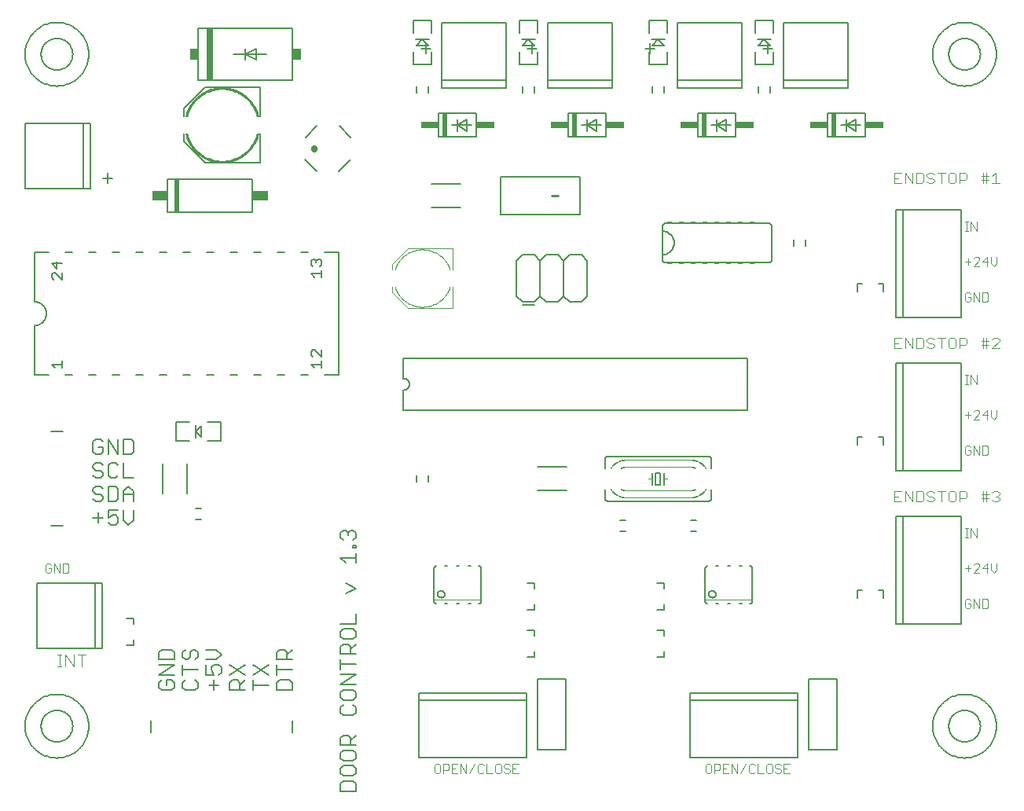
<source format=gto>
G75*
G70*
%OFA0B0*%
%FSLAX24Y24*%
%IPPOS*%
%LPD*%
%AMOC8*
5,1,8,0,0,1.08239X$1,22.5*
%
%ADD10C,0.0060*%
%ADD11C,0.0040*%
%ADD12C,0.0030*%
%ADD13C,0.0080*%
%ADD14R,0.0200X0.1000*%
%ADD15R,0.0750X0.0300*%
%ADD16C,0.0001*%
%ADD17C,0.0020*%
%ADD18C,0.0050*%
%ADD19C,0.0010*%
%ADD20C,0.0157*%
%ADD21C,0.0100*%
%ADD22R,0.0200X0.1400*%
%ADD23R,0.0650X0.0420*%
%ADD24R,0.0200X0.0050*%
%ADD25R,0.0300X0.2200*%
%ADD26R,0.0350X0.0500*%
D10*
X000831Y002474D02*
X000833Y002547D01*
X000839Y002620D01*
X000849Y002692D01*
X000863Y002764D01*
X000880Y002835D01*
X000902Y002905D01*
X000927Y002974D01*
X000956Y003041D01*
X000988Y003106D01*
X001024Y003170D01*
X001064Y003232D01*
X001106Y003291D01*
X001152Y003348D01*
X001201Y003402D01*
X001253Y003454D01*
X001307Y003503D01*
X001364Y003549D01*
X001423Y003591D01*
X001485Y003631D01*
X001549Y003667D01*
X001614Y003699D01*
X001681Y003728D01*
X001750Y003753D01*
X001820Y003775D01*
X001891Y003792D01*
X001963Y003806D01*
X002035Y003816D01*
X002108Y003822D01*
X002181Y003824D01*
X002254Y003822D01*
X002327Y003816D01*
X002399Y003806D01*
X002471Y003792D01*
X002542Y003775D01*
X002612Y003753D01*
X002681Y003728D01*
X002748Y003699D01*
X002813Y003667D01*
X002877Y003631D01*
X002939Y003591D01*
X002998Y003549D01*
X003055Y003503D01*
X003109Y003454D01*
X003161Y003402D01*
X003210Y003348D01*
X003256Y003291D01*
X003298Y003232D01*
X003338Y003170D01*
X003374Y003106D01*
X003406Y003041D01*
X003435Y002974D01*
X003460Y002905D01*
X003482Y002835D01*
X003499Y002764D01*
X003513Y002692D01*
X003523Y002620D01*
X003529Y002547D01*
X003531Y002474D01*
X003529Y002401D01*
X003523Y002328D01*
X003513Y002256D01*
X003499Y002184D01*
X003482Y002113D01*
X003460Y002043D01*
X003435Y001974D01*
X003406Y001907D01*
X003374Y001842D01*
X003338Y001778D01*
X003298Y001716D01*
X003256Y001657D01*
X003210Y001600D01*
X003161Y001546D01*
X003109Y001494D01*
X003055Y001445D01*
X002998Y001399D01*
X002939Y001357D01*
X002877Y001317D01*
X002813Y001281D01*
X002748Y001249D01*
X002681Y001220D01*
X002612Y001195D01*
X002542Y001173D01*
X002471Y001156D01*
X002399Y001142D01*
X002327Y001132D01*
X002254Y001126D01*
X002181Y001124D01*
X002108Y001126D01*
X002035Y001132D01*
X001963Y001142D01*
X001891Y001156D01*
X001820Y001173D01*
X001750Y001195D01*
X001681Y001220D01*
X001614Y001249D01*
X001549Y001281D01*
X001485Y001317D01*
X001423Y001357D01*
X001364Y001399D01*
X001307Y001445D01*
X001253Y001494D01*
X001201Y001546D01*
X001152Y001600D01*
X001106Y001657D01*
X001064Y001716D01*
X001024Y001778D01*
X000988Y001842D01*
X000956Y001907D01*
X000927Y001974D01*
X000902Y002043D01*
X000880Y002113D01*
X000863Y002184D01*
X000849Y002256D01*
X000839Y002328D01*
X000833Y002401D01*
X000831Y002474D01*
X005121Y005914D02*
X005441Y005914D01*
X005441Y006134D01*
X005441Y006814D02*
X005441Y007034D01*
X005121Y007034D01*
X006511Y005613D02*
X006618Y005720D01*
X007045Y005720D01*
X007151Y005613D01*
X007151Y005293D01*
X006511Y005293D01*
X006511Y005613D01*
X006511Y005075D02*
X007151Y005075D01*
X006511Y004648D01*
X007151Y004648D01*
X007045Y004431D02*
X006831Y004431D01*
X006831Y004217D01*
X006618Y004004D02*
X007045Y004004D01*
X007151Y004110D01*
X007151Y004324D01*
X007045Y004431D01*
X006618Y004431D02*
X006511Y004324D01*
X006511Y004110D01*
X006618Y004004D01*
X007511Y004110D02*
X007618Y004004D01*
X008045Y004004D01*
X008151Y004110D01*
X008151Y004324D01*
X008045Y004431D01*
X007618Y004431D02*
X007511Y004324D01*
X007511Y004110D01*
X007511Y004648D02*
X007511Y005075D01*
X007511Y004862D02*
X008151Y004862D01*
X008511Y005075D02*
X008511Y004648D01*
X008831Y004648D01*
X008724Y004862D01*
X008724Y004968D01*
X008831Y005075D01*
X009045Y005075D01*
X009151Y004968D01*
X009151Y004755D01*
X009045Y004648D01*
X008831Y004431D02*
X008831Y004004D01*
X008618Y004217D02*
X009045Y004217D01*
X009511Y004324D02*
X009618Y004431D01*
X009831Y004431D01*
X009938Y004324D01*
X009938Y004004D01*
X009938Y004217D02*
X010151Y004431D01*
X010151Y004648D02*
X009511Y005075D01*
X009511Y004648D02*
X010151Y005075D01*
X010511Y005075D02*
X011151Y004648D01*
X011511Y004648D02*
X011511Y005075D01*
X011511Y004862D02*
X012151Y004862D01*
X012151Y005293D02*
X011511Y005293D01*
X011511Y005613D01*
X011618Y005720D01*
X011831Y005720D01*
X011938Y005613D01*
X011938Y005293D01*
X011938Y005506D02*
X012151Y005720D01*
X011151Y005075D02*
X010511Y004648D01*
X010511Y004431D02*
X010511Y004004D01*
X010511Y004217D02*
X011151Y004217D01*
X011511Y004324D02*
X011511Y004004D01*
X012151Y004004D01*
X012151Y004324D01*
X012045Y004431D01*
X011618Y004431D01*
X011511Y004324D01*
X010151Y004004D02*
X009511Y004004D01*
X009511Y004324D01*
X008938Y005293D02*
X009151Y005506D01*
X008938Y005720D01*
X008511Y005720D01*
X008151Y005613D02*
X008151Y005399D01*
X008045Y005293D01*
X007831Y005399D02*
X007724Y005293D01*
X007618Y005293D01*
X007511Y005399D01*
X007511Y005613D01*
X007618Y005720D01*
X007831Y005613D02*
X007938Y005720D01*
X008045Y005720D01*
X008151Y005613D01*
X007831Y005613D02*
X007831Y005399D01*
X008511Y005293D02*
X008938Y005293D01*
X014211Y005307D02*
X014211Y004880D01*
X014211Y005094D02*
X014851Y005094D01*
X014851Y005525D02*
X014211Y005525D01*
X014211Y005845D01*
X014318Y005952D01*
X014531Y005952D01*
X014638Y005845D01*
X014638Y005525D01*
X014638Y005738D02*
X014851Y005952D01*
X014745Y006169D02*
X014318Y006169D01*
X014211Y006276D01*
X014211Y006490D01*
X014318Y006596D01*
X014745Y006596D01*
X014851Y006490D01*
X014851Y006276D01*
X014745Y006169D01*
X014851Y006814D02*
X014211Y006814D01*
X014851Y006814D02*
X014851Y007241D01*
X014424Y008103D02*
X014851Y008316D01*
X014424Y008530D01*
X014424Y009392D02*
X014211Y009606D01*
X014851Y009606D01*
X014851Y009819D02*
X014851Y009392D01*
X014851Y010037D02*
X014851Y010143D01*
X014745Y010143D01*
X014745Y010037D01*
X014851Y010037D01*
X014745Y010359D02*
X014851Y010466D01*
X014851Y010679D01*
X014745Y010786D01*
X014638Y010786D01*
X014531Y010679D01*
X014531Y010572D01*
X014531Y010679D02*
X014424Y010786D01*
X014318Y010786D01*
X014211Y010679D01*
X014211Y010466D01*
X014318Y010359D01*
X017445Y012856D02*
X017445Y013092D01*
X017918Y013092D02*
X017918Y012856D01*
X016881Y015874D02*
X031481Y015874D01*
X031481Y018074D01*
X016881Y018074D01*
X016881Y017224D01*
X016911Y017222D01*
X016941Y017217D01*
X016970Y017208D01*
X016997Y017195D01*
X017023Y017180D01*
X017047Y017161D01*
X017068Y017140D01*
X017087Y017116D01*
X017102Y017090D01*
X017115Y017063D01*
X017124Y017034D01*
X017129Y017004D01*
X017131Y016974D01*
X017129Y016944D01*
X017124Y016914D01*
X017115Y016885D01*
X017102Y016858D01*
X017087Y016832D01*
X017068Y016808D01*
X017047Y016787D01*
X017023Y016768D01*
X016997Y016753D01*
X016970Y016740D01*
X016941Y016731D01*
X016911Y016726D01*
X016881Y016724D01*
X016881Y015874D01*
X018181Y009174D02*
X018181Y007774D01*
X018183Y007757D01*
X018187Y007740D01*
X018194Y007724D01*
X018204Y007710D01*
X018217Y007697D01*
X018231Y007687D01*
X018247Y007680D01*
X018264Y007676D01*
X018281Y007674D01*
X018631Y007674D02*
X018731Y007674D01*
X019131Y007674D02*
X019231Y007674D01*
X019631Y007674D02*
X019731Y007674D01*
X020081Y007674D02*
X020098Y007676D01*
X020115Y007680D01*
X020131Y007687D01*
X020145Y007697D01*
X020158Y007710D01*
X020168Y007724D01*
X020175Y007740D01*
X020179Y007757D01*
X020181Y007774D01*
X020181Y009174D01*
X020179Y009191D01*
X020175Y009208D01*
X020168Y009224D01*
X020158Y009238D01*
X020145Y009251D01*
X020131Y009261D01*
X020115Y009268D01*
X020098Y009272D01*
X020081Y009274D01*
X019731Y009274D02*
X019631Y009274D01*
X019231Y009274D02*
X019131Y009274D01*
X018731Y009274D02*
X018631Y009274D01*
X018281Y009274D02*
X018264Y009272D01*
X018247Y009268D01*
X018231Y009261D01*
X018217Y009251D01*
X018204Y009238D01*
X018194Y009224D01*
X018187Y009208D01*
X018183Y009191D01*
X018181Y009174D01*
X018331Y008074D02*
X018333Y008098D01*
X018339Y008122D01*
X018348Y008144D01*
X018361Y008164D01*
X018377Y008182D01*
X018396Y008197D01*
X018417Y008210D01*
X018439Y008218D01*
X018463Y008223D01*
X018487Y008224D01*
X018511Y008221D01*
X018534Y008214D01*
X018556Y008204D01*
X018576Y008190D01*
X018593Y008173D01*
X018608Y008154D01*
X018619Y008133D01*
X018627Y008110D01*
X018631Y008086D01*
X018631Y008062D01*
X018627Y008038D01*
X018619Y008015D01*
X018608Y007994D01*
X018593Y007975D01*
X018576Y007958D01*
X018556Y007944D01*
X018534Y007934D01*
X018511Y007927D01*
X018487Y007924D01*
X018463Y007925D01*
X018439Y007930D01*
X018417Y007938D01*
X018396Y007951D01*
X018377Y007966D01*
X018361Y007984D01*
X018348Y008004D01*
X018339Y008026D01*
X018333Y008050D01*
X018331Y008074D01*
X022121Y008534D02*
X022441Y008534D01*
X022441Y008314D01*
X022441Y007634D02*
X022441Y007414D01*
X022121Y007414D01*
X022121Y006534D02*
X022441Y006534D01*
X022441Y006314D01*
X022441Y005634D02*
X022441Y005414D01*
X022121Y005414D01*
X027621Y005414D02*
X027941Y005414D01*
X027941Y005634D01*
X027941Y006314D02*
X027941Y006534D01*
X027621Y006534D01*
X027621Y007414D02*
X027941Y007414D01*
X027941Y007634D01*
X027941Y008314D02*
X027941Y008534D01*
X027621Y008534D01*
X029681Y009174D02*
X029681Y007774D01*
X029683Y007757D01*
X029687Y007740D01*
X029694Y007724D01*
X029704Y007710D01*
X029717Y007697D01*
X029731Y007687D01*
X029747Y007680D01*
X029764Y007676D01*
X029781Y007674D01*
X030131Y007674D02*
X030231Y007674D01*
X030631Y007674D02*
X030731Y007674D01*
X031131Y007674D02*
X031231Y007674D01*
X031581Y007674D02*
X031598Y007676D01*
X031615Y007680D01*
X031631Y007687D01*
X031645Y007697D01*
X031658Y007710D01*
X031668Y007724D01*
X031675Y007740D01*
X031679Y007757D01*
X031681Y007774D01*
X031681Y009174D01*
X031679Y009191D01*
X031675Y009208D01*
X031668Y009224D01*
X031658Y009238D01*
X031645Y009251D01*
X031631Y009261D01*
X031615Y009268D01*
X031598Y009272D01*
X031581Y009274D01*
X031231Y009274D02*
X031131Y009274D01*
X030731Y009274D02*
X030631Y009274D01*
X030231Y009274D02*
X030131Y009274D01*
X029781Y009274D02*
X029764Y009272D01*
X029747Y009268D01*
X029731Y009261D01*
X029717Y009251D01*
X029704Y009238D01*
X029694Y009224D01*
X029687Y009208D01*
X029683Y009191D01*
X029681Y009174D01*
X029831Y008074D02*
X029833Y008098D01*
X029839Y008122D01*
X029848Y008144D01*
X029861Y008164D01*
X029877Y008182D01*
X029896Y008197D01*
X029917Y008210D01*
X029939Y008218D01*
X029963Y008223D01*
X029987Y008224D01*
X030011Y008221D01*
X030034Y008214D01*
X030056Y008204D01*
X030076Y008190D01*
X030093Y008173D01*
X030108Y008154D01*
X030119Y008133D01*
X030127Y008110D01*
X030131Y008086D01*
X030131Y008062D01*
X030127Y008038D01*
X030119Y008015D01*
X030108Y007994D01*
X030093Y007975D01*
X030076Y007958D01*
X030056Y007944D01*
X030034Y007934D01*
X030011Y007927D01*
X029987Y007924D01*
X029963Y007925D01*
X029939Y007930D01*
X029917Y007938D01*
X029896Y007951D01*
X029877Y007966D01*
X029861Y007984D01*
X029848Y008004D01*
X029839Y008026D01*
X029833Y008050D01*
X029831Y008074D01*
X029300Y010737D02*
X029063Y010737D01*
X029063Y011210D02*
X029300Y011210D01*
X029831Y012024D02*
X025531Y012024D01*
X025514Y012026D01*
X025497Y012030D01*
X025481Y012037D01*
X025467Y012047D01*
X025454Y012060D01*
X025444Y012074D01*
X025437Y012090D01*
X025433Y012107D01*
X025431Y012124D01*
X025431Y012524D01*
X025431Y013424D02*
X025431Y013824D01*
X025433Y013841D01*
X025437Y013858D01*
X025444Y013874D01*
X025454Y013888D01*
X025467Y013901D01*
X025481Y013911D01*
X025497Y013918D01*
X025514Y013922D01*
X025531Y013924D01*
X029831Y013924D01*
X029848Y013922D01*
X029865Y013918D01*
X029881Y013911D01*
X029895Y013901D01*
X029908Y013888D01*
X029918Y013874D01*
X029925Y013858D01*
X029929Y013841D01*
X029931Y013824D01*
X029931Y013424D01*
X029931Y012524D02*
X029931Y012124D01*
X029929Y012107D01*
X029925Y012090D01*
X029918Y012074D01*
X029908Y012060D01*
X029895Y012047D01*
X029881Y012037D01*
X029865Y012030D01*
X029848Y012026D01*
X029831Y012024D01*
X027931Y012724D02*
X027931Y012974D01*
X027931Y013224D01*
X027781Y013224D02*
X027781Y012724D01*
X027581Y012724D01*
X027581Y013224D01*
X027781Y013224D01*
X027431Y013224D02*
X027431Y012974D01*
X027431Y012724D01*
X026300Y011210D02*
X026063Y011210D01*
X026063Y010737D02*
X026300Y010737D01*
X036121Y008234D02*
X036121Y007914D01*
X036121Y008234D02*
X036341Y008234D01*
X037021Y008234D02*
X037241Y008234D01*
X037241Y007914D01*
X039331Y002474D02*
X039333Y002547D01*
X039339Y002620D01*
X039349Y002692D01*
X039363Y002764D01*
X039380Y002835D01*
X039402Y002905D01*
X039427Y002974D01*
X039456Y003041D01*
X039488Y003106D01*
X039524Y003170D01*
X039564Y003232D01*
X039606Y003291D01*
X039652Y003348D01*
X039701Y003402D01*
X039753Y003454D01*
X039807Y003503D01*
X039864Y003549D01*
X039923Y003591D01*
X039985Y003631D01*
X040049Y003667D01*
X040114Y003699D01*
X040181Y003728D01*
X040250Y003753D01*
X040320Y003775D01*
X040391Y003792D01*
X040463Y003806D01*
X040535Y003816D01*
X040608Y003822D01*
X040681Y003824D01*
X040754Y003822D01*
X040827Y003816D01*
X040899Y003806D01*
X040971Y003792D01*
X041042Y003775D01*
X041112Y003753D01*
X041181Y003728D01*
X041248Y003699D01*
X041313Y003667D01*
X041377Y003631D01*
X041439Y003591D01*
X041498Y003549D01*
X041555Y003503D01*
X041609Y003454D01*
X041661Y003402D01*
X041710Y003348D01*
X041756Y003291D01*
X041798Y003232D01*
X041838Y003170D01*
X041874Y003106D01*
X041906Y003041D01*
X041935Y002974D01*
X041960Y002905D01*
X041982Y002835D01*
X041999Y002764D01*
X042013Y002692D01*
X042023Y002620D01*
X042029Y002547D01*
X042031Y002474D01*
X042029Y002401D01*
X042023Y002328D01*
X042013Y002256D01*
X041999Y002184D01*
X041982Y002113D01*
X041960Y002043D01*
X041935Y001974D01*
X041906Y001907D01*
X041874Y001842D01*
X041838Y001778D01*
X041798Y001716D01*
X041756Y001657D01*
X041710Y001600D01*
X041661Y001546D01*
X041609Y001494D01*
X041555Y001445D01*
X041498Y001399D01*
X041439Y001357D01*
X041377Y001317D01*
X041313Y001281D01*
X041248Y001249D01*
X041181Y001220D01*
X041112Y001195D01*
X041042Y001173D01*
X040971Y001156D01*
X040899Y001142D01*
X040827Y001132D01*
X040754Y001126D01*
X040681Y001124D01*
X040608Y001126D01*
X040535Y001132D01*
X040463Y001142D01*
X040391Y001156D01*
X040320Y001173D01*
X040250Y001195D01*
X040181Y001220D01*
X040114Y001249D01*
X040049Y001281D01*
X039985Y001317D01*
X039923Y001357D01*
X039864Y001399D01*
X039807Y001445D01*
X039753Y001494D01*
X039701Y001546D01*
X039652Y001600D01*
X039606Y001657D01*
X039564Y001716D01*
X039524Y001778D01*
X039488Y001842D01*
X039456Y001907D01*
X039427Y001974D01*
X039402Y002043D01*
X039380Y002113D01*
X039363Y002184D01*
X039349Y002256D01*
X039339Y002328D01*
X039333Y002401D01*
X039331Y002474D01*
X037241Y014414D02*
X037241Y014734D01*
X037021Y014734D01*
X036341Y014734D02*
X036121Y014734D01*
X036121Y014414D01*
X036121Y020914D02*
X036121Y021234D01*
X036341Y021234D01*
X037021Y021234D02*
X037241Y021234D01*
X037241Y020914D01*
X033918Y022856D02*
X033918Y023092D01*
X033445Y023092D02*
X033445Y022856D01*
X032501Y022279D02*
X032501Y023669D01*
X032499Y023692D01*
X032494Y023715D01*
X032485Y023737D01*
X032472Y023757D01*
X032457Y023775D01*
X032439Y023790D01*
X032419Y023803D01*
X032397Y023812D01*
X032374Y023817D01*
X032351Y023819D01*
X028011Y023819D01*
X027988Y023817D01*
X027965Y023812D01*
X027943Y023803D01*
X027923Y023790D01*
X027905Y023775D01*
X027890Y023757D01*
X027877Y023737D01*
X027868Y023715D01*
X027863Y023692D01*
X027861Y023669D01*
X027861Y022279D01*
X027863Y022256D01*
X027868Y022233D01*
X027877Y022211D01*
X027890Y022191D01*
X027905Y022173D01*
X027923Y022158D01*
X027943Y022145D01*
X027965Y022136D01*
X027988Y022131D01*
X028011Y022129D01*
X032351Y022129D01*
X032374Y022131D01*
X032397Y022136D01*
X032419Y022145D01*
X032439Y022158D01*
X032457Y022173D01*
X032472Y022191D01*
X032485Y022211D01*
X032494Y022233D01*
X032499Y022256D01*
X032501Y022279D01*
X027861Y022474D02*
X027905Y022476D01*
X027948Y022482D01*
X027990Y022491D01*
X028032Y022504D01*
X028072Y022521D01*
X028111Y022541D01*
X028148Y022564D01*
X028182Y022591D01*
X028215Y022620D01*
X028244Y022653D01*
X028271Y022687D01*
X028294Y022724D01*
X028314Y022763D01*
X028331Y022803D01*
X028344Y022845D01*
X028353Y022887D01*
X028359Y022930D01*
X028361Y022974D01*
X028359Y023018D01*
X028353Y023061D01*
X028344Y023103D01*
X028331Y023145D01*
X028314Y023185D01*
X028294Y023224D01*
X028271Y023261D01*
X028244Y023295D01*
X028215Y023328D01*
X028182Y023357D01*
X028148Y023384D01*
X028111Y023407D01*
X028072Y023427D01*
X028032Y023444D01*
X027990Y023457D01*
X027948Y023466D01*
X027905Y023472D01*
X027861Y023474D01*
X029381Y027474D02*
X029381Y028474D01*
X030981Y028474D01*
X030981Y027474D01*
X029381Y027474D01*
X029931Y027974D02*
X030181Y027974D01*
X030181Y027724D01*
X030181Y027974D02*
X030181Y028224D01*
X030181Y027974D02*
X030581Y028224D01*
X030581Y027724D01*
X030181Y027974D01*
X030781Y027974D01*
X031945Y029356D02*
X031945Y029592D01*
X032418Y029592D02*
X032418Y029356D01*
X032331Y031004D02*
X032331Y031431D01*
X032118Y031217D02*
X032545Y031217D01*
X034881Y028474D02*
X034881Y027474D01*
X036481Y027474D01*
X036481Y028474D01*
X034881Y028474D01*
X035431Y027974D02*
X035681Y027974D01*
X035681Y027724D01*
X035681Y027974D02*
X035681Y028224D01*
X035681Y027974D02*
X036081Y028224D01*
X036081Y027724D01*
X035681Y027974D01*
X036281Y027974D01*
X039331Y030974D02*
X039333Y031047D01*
X039339Y031120D01*
X039349Y031192D01*
X039363Y031264D01*
X039380Y031335D01*
X039402Y031405D01*
X039427Y031474D01*
X039456Y031541D01*
X039488Y031606D01*
X039524Y031670D01*
X039564Y031732D01*
X039606Y031791D01*
X039652Y031848D01*
X039701Y031902D01*
X039753Y031954D01*
X039807Y032003D01*
X039864Y032049D01*
X039923Y032091D01*
X039985Y032131D01*
X040049Y032167D01*
X040114Y032199D01*
X040181Y032228D01*
X040250Y032253D01*
X040320Y032275D01*
X040391Y032292D01*
X040463Y032306D01*
X040535Y032316D01*
X040608Y032322D01*
X040681Y032324D01*
X040754Y032322D01*
X040827Y032316D01*
X040899Y032306D01*
X040971Y032292D01*
X041042Y032275D01*
X041112Y032253D01*
X041181Y032228D01*
X041248Y032199D01*
X041313Y032167D01*
X041377Y032131D01*
X041439Y032091D01*
X041498Y032049D01*
X041555Y032003D01*
X041609Y031954D01*
X041661Y031902D01*
X041710Y031848D01*
X041756Y031791D01*
X041798Y031732D01*
X041838Y031670D01*
X041874Y031606D01*
X041906Y031541D01*
X041935Y031474D01*
X041960Y031405D01*
X041982Y031335D01*
X041999Y031264D01*
X042013Y031192D01*
X042023Y031120D01*
X042029Y031047D01*
X042031Y030974D01*
X042029Y030901D01*
X042023Y030828D01*
X042013Y030756D01*
X041999Y030684D01*
X041982Y030613D01*
X041960Y030543D01*
X041935Y030474D01*
X041906Y030407D01*
X041874Y030342D01*
X041838Y030278D01*
X041798Y030216D01*
X041756Y030157D01*
X041710Y030100D01*
X041661Y030046D01*
X041609Y029994D01*
X041555Y029945D01*
X041498Y029899D01*
X041439Y029857D01*
X041377Y029817D01*
X041313Y029781D01*
X041248Y029749D01*
X041181Y029720D01*
X041112Y029695D01*
X041042Y029673D01*
X040971Y029656D01*
X040899Y029642D01*
X040827Y029632D01*
X040754Y029626D01*
X040681Y029624D01*
X040608Y029626D01*
X040535Y029632D01*
X040463Y029642D01*
X040391Y029656D01*
X040320Y029673D01*
X040250Y029695D01*
X040181Y029720D01*
X040114Y029749D01*
X040049Y029781D01*
X039985Y029817D01*
X039923Y029857D01*
X039864Y029899D01*
X039807Y029945D01*
X039753Y029994D01*
X039701Y030046D01*
X039652Y030100D01*
X039606Y030157D01*
X039564Y030216D01*
X039524Y030278D01*
X039488Y030342D01*
X039456Y030407D01*
X039427Y030474D01*
X039402Y030543D01*
X039380Y030613D01*
X039363Y030684D01*
X039349Y030756D01*
X039339Y030828D01*
X039333Y030901D01*
X039331Y030974D01*
X027918Y029592D02*
X027918Y029356D01*
X027445Y029356D02*
X027445Y029592D01*
X027331Y031004D02*
X027331Y031431D01*
X027118Y031217D02*
X027545Y031217D01*
X025481Y028474D02*
X023881Y028474D01*
X023881Y027474D01*
X025481Y027474D01*
X025481Y028474D01*
X025081Y028224D02*
X024681Y027974D01*
X024681Y027724D01*
X024681Y027974D02*
X024431Y027974D01*
X024681Y027974D02*
X024681Y028224D01*
X024681Y027974D02*
X025281Y027974D01*
X025081Y028224D02*
X025081Y027724D01*
X024681Y027974D01*
X022418Y029356D02*
X022418Y029592D01*
X021945Y029592D02*
X021945Y029356D01*
X022331Y031004D02*
X022331Y031431D01*
X022118Y031217D02*
X022545Y031217D01*
X019981Y028474D02*
X018381Y028474D01*
X018381Y027474D01*
X019981Y027474D01*
X019981Y028474D01*
X019581Y028224D02*
X019181Y027974D01*
X019181Y027724D01*
X019181Y027974D02*
X019181Y028224D01*
X019181Y027974D02*
X019781Y027974D01*
X019581Y028224D02*
X019581Y027724D01*
X019181Y027974D01*
X018931Y027974D01*
X017918Y029356D02*
X017918Y029592D01*
X017445Y029592D02*
X017445Y029356D01*
X017831Y031004D02*
X017831Y031431D01*
X017618Y031217D02*
X018045Y031217D01*
X012181Y032074D02*
X012181Y029874D01*
X008181Y029874D01*
X008181Y032074D01*
X012181Y032074D01*
X011081Y030974D02*
X010181Y030974D01*
X010181Y030744D01*
X010181Y030974D02*
X009681Y030974D01*
X010181Y030974D02*
X010181Y031204D01*
X010181Y030974D02*
X010631Y030744D01*
X010631Y031204D01*
X010181Y030974D01*
X004331Y025931D02*
X004331Y025504D01*
X004118Y025717D02*
X004545Y025717D01*
X006881Y025674D02*
X006881Y024274D01*
X010481Y024274D01*
X010481Y025674D01*
X006881Y025674D01*
X000831Y030974D02*
X000833Y031047D01*
X000839Y031120D01*
X000849Y031192D01*
X000863Y031264D01*
X000880Y031335D01*
X000902Y031405D01*
X000927Y031474D01*
X000956Y031541D01*
X000988Y031606D01*
X001024Y031670D01*
X001064Y031732D01*
X001106Y031791D01*
X001152Y031848D01*
X001201Y031902D01*
X001253Y031954D01*
X001307Y032003D01*
X001364Y032049D01*
X001423Y032091D01*
X001485Y032131D01*
X001549Y032167D01*
X001614Y032199D01*
X001681Y032228D01*
X001750Y032253D01*
X001820Y032275D01*
X001891Y032292D01*
X001963Y032306D01*
X002035Y032316D01*
X002108Y032322D01*
X002181Y032324D01*
X002254Y032322D01*
X002327Y032316D01*
X002399Y032306D01*
X002471Y032292D01*
X002542Y032275D01*
X002612Y032253D01*
X002681Y032228D01*
X002748Y032199D01*
X002813Y032167D01*
X002877Y032131D01*
X002939Y032091D01*
X002998Y032049D01*
X003055Y032003D01*
X003109Y031954D01*
X003161Y031902D01*
X003210Y031848D01*
X003256Y031791D01*
X003298Y031732D01*
X003338Y031670D01*
X003374Y031606D01*
X003406Y031541D01*
X003435Y031474D01*
X003460Y031405D01*
X003482Y031335D01*
X003499Y031264D01*
X003513Y031192D01*
X003523Y031120D01*
X003529Y031047D01*
X003531Y030974D01*
X003529Y030901D01*
X003523Y030828D01*
X003513Y030756D01*
X003499Y030684D01*
X003482Y030613D01*
X003460Y030543D01*
X003435Y030474D01*
X003406Y030407D01*
X003374Y030342D01*
X003338Y030278D01*
X003298Y030216D01*
X003256Y030157D01*
X003210Y030100D01*
X003161Y030046D01*
X003109Y029994D01*
X003055Y029945D01*
X002998Y029899D01*
X002939Y029857D01*
X002877Y029817D01*
X002813Y029781D01*
X002748Y029749D01*
X002681Y029720D01*
X002612Y029695D01*
X002542Y029673D01*
X002471Y029656D01*
X002399Y029642D01*
X002327Y029632D01*
X002254Y029626D01*
X002181Y029624D01*
X002108Y029626D01*
X002035Y029632D01*
X001963Y029642D01*
X001891Y029656D01*
X001820Y029673D01*
X001750Y029695D01*
X001681Y029720D01*
X001614Y029749D01*
X001549Y029781D01*
X001485Y029817D01*
X001423Y029857D01*
X001364Y029899D01*
X001307Y029945D01*
X001253Y029994D01*
X001201Y030046D01*
X001152Y030100D01*
X001106Y030157D01*
X001064Y030216D01*
X001024Y030278D01*
X000988Y030342D01*
X000956Y030407D01*
X000927Y030474D01*
X000902Y030543D01*
X000880Y030613D01*
X000863Y030684D01*
X000849Y030756D01*
X000839Y030828D01*
X000833Y030901D01*
X000831Y030974D01*
X003818Y014644D02*
X003711Y014537D01*
X003711Y014110D01*
X003818Y014004D01*
X004032Y014004D01*
X004138Y014110D01*
X004138Y014324D01*
X003925Y014324D01*
X004138Y014537D02*
X004032Y014644D01*
X003818Y014644D01*
X004356Y014644D02*
X004356Y014004D01*
X004463Y013644D02*
X004356Y013537D01*
X004356Y013110D01*
X004463Y013004D01*
X004676Y013004D01*
X004783Y013110D01*
X005000Y013004D02*
X005427Y013004D01*
X005214Y012644D02*
X005427Y012431D01*
X005427Y012004D01*
X005427Y012324D02*
X005000Y012324D01*
X005000Y012431D02*
X005214Y012644D01*
X005000Y012431D02*
X005000Y012004D01*
X004783Y012110D02*
X004783Y012537D01*
X004676Y012644D01*
X004356Y012644D01*
X004356Y012004D01*
X004676Y012004D01*
X004783Y012110D01*
X004783Y011644D02*
X004356Y011644D01*
X004356Y011324D01*
X004569Y011431D01*
X004676Y011431D01*
X004783Y011324D01*
X004783Y011110D01*
X004676Y011004D01*
X004463Y011004D01*
X004356Y011110D01*
X004138Y011324D02*
X003711Y011324D01*
X003925Y011537D02*
X003925Y011110D01*
X005000Y011217D02*
X005000Y011644D01*
X005427Y011644D02*
X005427Y011217D01*
X005214Y011004D01*
X005000Y011217D01*
X004138Y012110D02*
X004032Y012004D01*
X003818Y012004D01*
X003711Y012110D01*
X003818Y012324D02*
X004032Y012324D01*
X004138Y012217D01*
X004138Y012110D01*
X003818Y012324D02*
X003711Y012431D01*
X003711Y012537D01*
X003818Y012644D01*
X004032Y012644D01*
X004138Y012537D01*
X004032Y013004D02*
X003818Y013004D01*
X003711Y013110D01*
X003818Y013324D02*
X004032Y013324D01*
X004138Y013217D01*
X004138Y013110D01*
X004032Y013004D01*
X003818Y013324D02*
X003711Y013431D01*
X003711Y013537D01*
X003818Y013644D01*
X004032Y013644D01*
X004138Y013537D01*
X004463Y013644D02*
X004676Y013644D01*
X004783Y013537D01*
X005000Y013644D02*
X005000Y013004D01*
X005000Y014004D02*
X005321Y014004D01*
X005427Y014110D01*
X005427Y014537D01*
X005321Y014644D01*
X005000Y014644D01*
X005000Y014004D01*
X004783Y014004D02*
X004783Y014644D01*
X004356Y014644D02*
X004783Y014004D01*
X008063Y011710D02*
X008300Y011710D01*
X008300Y011237D02*
X008063Y011237D01*
X014211Y004663D02*
X014851Y004663D01*
X014211Y004236D01*
X014851Y004236D01*
X014745Y004018D02*
X014318Y004018D01*
X014211Y003911D01*
X014211Y003698D01*
X014318Y003591D01*
X014745Y003591D01*
X014851Y003698D01*
X014851Y003911D01*
X014745Y004018D01*
X014745Y003374D02*
X014851Y003267D01*
X014851Y003053D01*
X014745Y002947D01*
X014318Y002947D01*
X014211Y003053D01*
X014211Y003267D01*
X014318Y003374D01*
X014318Y002085D02*
X014531Y002085D01*
X014638Y001978D01*
X014638Y001658D01*
X014638Y001871D02*
X014851Y002085D01*
X014318Y002085D02*
X014211Y001978D01*
X014211Y001658D01*
X014851Y001658D01*
X014745Y001440D02*
X014318Y001440D01*
X014211Y001333D01*
X014211Y001120D01*
X014318Y001013D01*
X014745Y001013D01*
X014851Y001120D01*
X014851Y001333D01*
X014745Y001440D01*
X014745Y000796D02*
X014318Y000796D01*
X014211Y000689D01*
X014211Y000475D01*
X014318Y000369D01*
X014745Y000369D01*
X014851Y000475D01*
X014851Y000689D01*
X014745Y000796D01*
X014745Y000151D02*
X014318Y000151D01*
X014211Y000044D01*
X014211Y-000276D01*
X014851Y-000276D01*
X014851Y000044D01*
X014745Y000151D01*
D11*
X003234Y004994D02*
X003234Y005514D01*
X003061Y005514D02*
X003408Y005514D01*
X002892Y005514D02*
X002892Y004994D01*
X002545Y005514D01*
X002545Y004994D01*
X002375Y004994D02*
X002201Y004994D01*
X002288Y004994D02*
X002288Y005514D01*
X002201Y005514D02*
X002375Y005514D01*
X017071Y020194D02*
X016402Y020863D01*
X016402Y021100D01*
X016402Y021848D02*
X016402Y022084D01*
X017071Y022753D01*
X018961Y022753D01*
X018961Y021848D01*
X018961Y021100D02*
X018961Y020194D01*
X017071Y020194D01*
X016520Y021848D02*
X016542Y021912D01*
X016569Y021975D01*
X016599Y022037D01*
X016632Y022096D01*
X016668Y022154D01*
X016708Y022210D01*
X016751Y022263D01*
X016796Y022314D01*
X016844Y022362D01*
X016895Y022407D01*
X016949Y022450D01*
X017005Y022489D01*
X017062Y022526D01*
X017122Y022559D01*
X017184Y022588D01*
X017247Y022614D01*
X017311Y022637D01*
X017377Y022656D01*
X017444Y022671D01*
X017511Y022682D01*
X017579Y022690D01*
X017647Y022694D01*
X017715Y022694D01*
X017783Y022690D01*
X017851Y022682D01*
X017918Y022671D01*
X017985Y022656D01*
X018051Y022637D01*
X018115Y022614D01*
X018178Y022588D01*
X018240Y022559D01*
X018300Y022526D01*
X018357Y022489D01*
X018413Y022450D01*
X018467Y022407D01*
X018518Y022362D01*
X018566Y022314D01*
X018611Y022263D01*
X018654Y022210D01*
X018694Y022154D01*
X018730Y022096D01*
X018763Y022037D01*
X018793Y021975D01*
X018820Y021912D01*
X018842Y021848D01*
X018842Y021100D02*
X018820Y021036D01*
X018793Y020973D01*
X018763Y020911D01*
X018730Y020852D01*
X018694Y020794D01*
X018654Y020738D01*
X018611Y020685D01*
X018566Y020634D01*
X018518Y020586D01*
X018467Y020541D01*
X018413Y020498D01*
X018357Y020459D01*
X018300Y020422D01*
X018240Y020389D01*
X018178Y020360D01*
X018115Y020334D01*
X018051Y020311D01*
X017985Y020292D01*
X017918Y020277D01*
X017851Y020266D01*
X017783Y020258D01*
X017715Y020254D01*
X017647Y020254D01*
X017579Y020258D01*
X017511Y020266D01*
X017444Y020277D01*
X017377Y020292D01*
X017311Y020311D01*
X017247Y020334D01*
X017184Y020360D01*
X017122Y020389D01*
X017062Y020422D01*
X017005Y020459D01*
X016949Y020498D01*
X016895Y020541D01*
X016844Y020586D01*
X016796Y020634D01*
X016751Y020685D01*
X016708Y020738D01*
X016668Y020794D01*
X016632Y020852D01*
X016599Y020911D01*
X016569Y020973D01*
X016542Y021036D01*
X016520Y021100D01*
X037701Y018954D02*
X037701Y018494D01*
X038008Y018494D01*
X038162Y018494D02*
X038162Y018954D01*
X038469Y018494D01*
X038469Y018954D01*
X038622Y018954D02*
X038852Y018954D01*
X038929Y018877D01*
X038929Y018570D01*
X038852Y018494D01*
X038622Y018494D01*
X038622Y018954D01*
X039082Y018877D02*
X039082Y018801D01*
X039159Y018724D01*
X039313Y018724D01*
X039389Y018647D01*
X039389Y018570D01*
X039313Y018494D01*
X039159Y018494D01*
X039082Y018570D01*
X039082Y018877D02*
X039159Y018954D01*
X039313Y018954D01*
X039389Y018877D01*
X039543Y018954D02*
X039850Y018954D01*
X039696Y018954D02*
X039696Y018494D01*
X040003Y018570D02*
X040080Y018494D01*
X040233Y018494D01*
X040310Y018570D01*
X040310Y018877D01*
X040233Y018954D01*
X040080Y018954D01*
X040003Y018877D01*
X040003Y018570D01*
X040464Y018494D02*
X040464Y018954D01*
X040694Y018954D01*
X040770Y018877D01*
X040770Y018724D01*
X040694Y018647D01*
X040464Y018647D01*
X041384Y018647D02*
X041691Y018647D01*
X041691Y018801D02*
X041614Y018801D01*
X041384Y018801D01*
X041461Y018954D02*
X041461Y018494D01*
X041614Y018494D02*
X041614Y018954D01*
X041845Y018877D02*
X041921Y018954D01*
X042075Y018954D01*
X042151Y018877D01*
X042151Y018801D01*
X041845Y018494D01*
X042151Y018494D01*
X038008Y018954D02*
X037701Y018954D01*
X037701Y018724D02*
X037855Y018724D01*
X037701Y012454D02*
X037701Y011994D01*
X038008Y011994D01*
X038162Y011994D02*
X038162Y012454D01*
X038469Y011994D01*
X038469Y012454D01*
X038622Y012454D02*
X038622Y011994D01*
X038852Y011994D01*
X038929Y012070D01*
X038929Y012377D01*
X038852Y012454D01*
X038622Y012454D01*
X039082Y012377D02*
X039082Y012301D01*
X039159Y012224D01*
X039313Y012224D01*
X039389Y012147D01*
X039389Y012070D01*
X039313Y011994D01*
X039159Y011994D01*
X039082Y012070D01*
X039082Y012377D02*
X039159Y012454D01*
X039313Y012454D01*
X039389Y012377D01*
X039543Y012454D02*
X039850Y012454D01*
X039696Y012454D02*
X039696Y011994D01*
X040003Y012070D02*
X040003Y012377D01*
X040080Y012454D01*
X040233Y012454D01*
X040310Y012377D01*
X040310Y012070D01*
X040233Y011994D01*
X040080Y011994D01*
X040003Y012070D01*
X040464Y011994D02*
X040464Y012454D01*
X040694Y012454D01*
X040770Y012377D01*
X040770Y012224D01*
X040694Y012147D01*
X040464Y012147D01*
X041384Y012147D02*
X041691Y012147D01*
X041691Y012301D02*
X041614Y012301D01*
X041384Y012301D01*
X041461Y012454D02*
X041461Y011994D01*
X041614Y011994D02*
X041614Y012454D01*
X041845Y012377D02*
X041921Y012454D01*
X042075Y012454D01*
X042151Y012377D01*
X042151Y012301D01*
X042075Y012224D01*
X042151Y012147D01*
X042151Y012070D01*
X042075Y011994D01*
X041921Y011994D01*
X041845Y012070D01*
X041998Y012224D02*
X042075Y012224D01*
X038008Y012454D02*
X037701Y012454D01*
X037701Y012224D02*
X037855Y012224D01*
X037701Y025494D02*
X038008Y025494D01*
X038162Y025494D02*
X038162Y025954D01*
X038469Y025494D01*
X038469Y025954D01*
X038622Y025954D02*
X038852Y025954D01*
X038929Y025877D01*
X038929Y025570D01*
X038852Y025494D01*
X038622Y025494D01*
X038622Y025954D01*
X039082Y025877D02*
X039082Y025801D01*
X039159Y025724D01*
X039313Y025724D01*
X039389Y025647D01*
X039389Y025570D01*
X039313Y025494D01*
X039159Y025494D01*
X039082Y025570D01*
X039082Y025877D02*
X039159Y025954D01*
X039313Y025954D01*
X039389Y025877D01*
X039543Y025954D02*
X039850Y025954D01*
X039696Y025954D02*
X039696Y025494D01*
X040003Y025570D02*
X040080Y025494D01*
X040233Y025494D01*
X040310Y025570D01*
X040310Y025877D01*
X040233Y025954D01*
X040080Y025954D01*
X040003Y025877D01*
X040003Y025570D01*
X040464Y025494D02*
X040464Y025954D01*
X040694Y025954D01*
X040770Y025877D01*
X040770Y025724D01*
X040694Y025647D01*
X040464Y025647D01*
X041384Y025647D02*
X041691Y025647D01*
X041691Y025801D02*
X041614Y025801D01*
X041384Y025801D01*
X041461Y025954D02*
X041461Y025494D01*
X041614Y025494D02*
X041614Y025954D01*
X041845Y025801D02*
X041998Y025954D01*
X041998Y025494D01*
X041845Y025494D02*
X042151Y025494D01*
X038008Y025954D02*
X037701Y025954D01*
X037701Y025494D01*
X037701Y025724D02*
X037855Y025724D01*
D12*
X040696Y023859D02*
X040820Y023859D01*
X040758Y023859D02*
X040758Y023489D01*
X040696Y023489D02*
X040820Y023489D01*
X040942Y023489D02*
X040942Y023859D01*
X041189Y023489D01*
X041189Y023859D01*
X041250Y022359D02*
X041126Y022359D01*
X041065Y022297D01*
X040943Y022174D02*
X040696Y022174D01*
X040820Y022297D02*
X040820Y022050D01*
X041065Y021989D02*
X041312Y022236D01*
X041312Y022297D01*
X041250Y022359D01*
X041433Y022174D02*
X041680Y022174D01*
X041801Y022112D02*
X041925Y021989D01*
X042048Y022112D01*
X042048Y022359D01*
X041801Y022359D02*
X041801Y022112D01*
X041618Y021989D02*
X041618Y022359D01*
X041433Y022174D01*
X041312Y021989D02*
X041065Y021989D01*
X041065Y020859D02*
X041312Y020489D01*
X041312Y020859D01*
X041433Y020859D02*
X041618Y020859D01*
X041680Y020797D01*
X041680Y020550D01*
X041618Y020489D01*
X041433Y020489D01*
X041433Y020859D01*
X041065Y020859D02*
X041065Y020489D01*
X040943Y020550D02*
X040943Y020674D01*
X040820Y020674D01*
X040943Y020797D02*
X040882Y020859D01*
X040758Y020859D01*
X040696Y020797D01*
X040696Y020550D01*
X040758Y020489D01*
X040882Y020489D01*
X040943Y020550D01*
X040942Y017359D02*
X041189Y016989D01*
X041189Y017359D01*
X040942Y017359D02*
X040942Y016989D01*
X040820Y016989D02*
X040696Y016989D01*
X040758Y016989D02*
X040758Y017359D01*
X040696Y017359D02*
X040820Y017359D01*
X041126Y015859D02*
X041065Y015797D01*
X041126Y015859D02*
X041250Y015859D01*
X041312Y015797D01*
X041312Y015736D01*
X041065Y015489D01*
X041312Y015489D01*
X041433Y015674D02*
X041680Y015674D01*
X041801Y015612D02*
X041925Y015489D01*
X042048Y015612D01*
X042048Y015859D01*
X041801Y015859D02*
X041801Y015612D01*
X041618Y015489D02*
X041618Y015859D01*
X041433Y015674D01*
X040943Y015674D02*
X040696Y015674D01*
X040820Y015797D02*
X040820Y015550D01*
X040758Y014359D02*
X040696Y014297D01*
X040696Y014050D01*
X040758Y013989D01*
X040882Y013989D01*
X040943Y014050D01*
X040943Y014174D01*
X040820Y014174D01*
X040943Y014297D02*
X040882Y014359D01*
X040758Y014359D01*
X041065Y014359D02*
X041312Y013989D01*
X041312Y014359D01*
X041433Y014359D02*
X041618Y014359D01*
X041680Y014297D01*
X041680Y014050D01*
X041618Y013989D01*
X041433Y013989D01*
X041433Y014359D01*
X041065Y014359D02*
X041065Y013989D01*
X040942Y010859D02*
X041189Y010489D01*
X041189Y010859D01*
X040942Y010859D02*
X040942Y010489D01*
X040820Y010489D02*
X040696Y010489D01*
X040758Y010489D02*
X040758Y010859D01*
X040696Y010859D02*
X040820Y010859D01*
X041126Y009359D02*
X041065Y009297D01*
X041126Y009359D02*
X041250Y009359D01*
X041312Y009297D01*
X041312Y009236D01*
X041065Y008989D01*
X041312Y008989D01*
X041433Y009174D02*
X041680Y009174D01*
X041801Y009112D02*
X041925Y008989D01*
X042048Y009112D01*
X042048Y009359D01*
X041801Y009359D02*
X041801Y009112D01*
X041618Y008989D02*
X041618Y009359D01*
X041433Y009174D01*
X040943Y009174D02*
X040696Y009174D01*
X040820Y009297D02*
X040820Y009050D01*
X040758Y007859D02*
X040696Y007797D01*
X040696Y007550D01*
X040758Y007489D01*
X040882Y007489D01*
X040943Y007550D01*
X040943Y007674D01*
X040820Y007674D01*
X040943Y007797D02*
X040882Y007859D01*
X040758Y007859D01*
X041065Y007859D02*
X041312Y007489D01*
X041312Y007859D01*
X041433Y007859D02*
X041618Y007859D01*
X041680Y007797D01*
X041680Y007550D01*
X041618Y007489D01*
X041433Y007489D01*
X041433Y007859D01*
X041065Y007859D02*
X041065Y007489D01*
X033258Y000859D02*
X033011Y000859D01*
X033011Y000489D01*
X033258Y000489D01*
X033135Y000674D02*
X033011Y000674D01*
X032890Y000612D02*
X032890Y000550D01*
X032828Y000489D01*
X032705Y000489D01*
X032643Y000550D01*
X032521Y000550D02*
X032521Y000797D01*
X032460Y000859D01*
X032336Y000859D01*
X032275Y000797D01*
X032275Y000550D01*
X032336Y000489D01*
X032460Y000489D01*
X032521Y000550D01*
X032705Y000674D02*
X032828Y000674D01*
X032890Y000612D01*
X032890Y000797D02*
X032828Y000859D01*
X032705Y000859D01*
X032643Y000797D01*
X032643Y000736D01*
X032705Y000674D01*
X032153Y000489D02*
X031906Y000489D01*
X031906Y000859D01*
X031785Y000797D02*
X031723Y000859D01*
X031600Y000859D01*
X031538Y000797D01*
X031538Y000550D01*
X031600Y000489D01*
X031723Y000489D01*
X031785Y000550D01*
X031416Y000859D02*
X031170Y000489D01*
X031048Y000489D02*
X031048Y000859D01*
X030801Y000859D02*
X030801Y000489D01*
X030680Y000489D02*
X030433Y000489D01*
X030433Y000859D01*
X030680Y000859D01*
X030801Y000859D02*
X031048Y000489D01*
X030556Y000674D02*
X030433Y000674D01*
X030312Y000674D02*
X030250Y000612D01*
X030065Y000612D01*
X030065Y000489D02*
X030065Y000859D01*
X030250Y000859D01*
X030312Y000797D01*
X030312Y000674D01*
X029943Y000797D02*
X029943Y000550D01*
X029882Y000489D01*
X029758Y000489D01*
X029696Y000550D01*
X029696Y000797D01*
X029758Y000859D01*
X029882Y000859D01*
X029943Y000797D01*
X021758Y000859D02*
X021511Y000859D01*
X021511Y000489D01*
X021758Y000489D01*
X021635Y000674D02*
X021511Y000674D01*
X021390Y000612D02*
X021390Y000550D01*
X021328Y000489D01*
X021205Y000489D01*
X021143Y000550D01*
X021021Y000550D02*
X021021Y000797D01*
X020960Y000859D01*
X020836Y000859D01*
X020775Y000797D01*
X020775Y000550D01*
X020836Y000489D01*
X020960Y000489D01*
X021021Y000550D01*
X021205Y000674D02*
X021328Y000674D01*
X021390Y000612D01*
X021390Y000797D02*
X021328Y000859D01*
X021205Y000859D01*
X021143Y000797D01*
X021143Y000736D01*
X021205Y000674D01*
X020653Y000489D02*
X020406Y000489D01*
X020406Y000859D01*
X020285Y000797D02*
X020223Y000859D01*
X020100Y000859D01*
X020038Y000797D01*
X020038Y000550D01*
X020100Y000489D01*
X020223Y000489D01*
X020285Y000550D01*
X019916Y000859D02*
X019670Y000489D01*
X019548Y000489D02*
X019548Y000859D01*
X019301Y000859D02*
X019548Y000489D01*
X019301Y000489D02*
X019301Y000859D01*
X019180Y000859D02*
X018933Y000859D01*
X018933Y000489D01*
X019180Y000489D01*
X019056Y000674D02*
X018933Y000674D01*
X018812Y000674D02*
X018750Y000612D01*
X018565Y000612D01*
X018565Y000489D02*
X018565Y000859D01*
X018750Y000859D01*
X018812Y000797D01*
X018812Y000674D01*
X018443Y000797D02*
X018382Y000859D01*
X018258Y000859D01*
X018196Y000797D01*
X018196Y000550D01*
X018258Y000489D01*
X018382Y000489D01*
X018443Y000550D01*
X018443Y000797D01*
X002680Y009050D02*
X002680Y009297D01*
X002618Y009359D01*
X002433Y009359D01*
X002433Y008989D01*
X002618Y008989D01*
X002680Y009050D01*
X002312Y008989D02*
X002312Y009359D01*
X002065Y009359D02*
X002065Y008989D01*
X001943Y009050D02*
X001943Y009174D01*
X001820Y009174D01*
X001943Y009297D02*
X001882Y009359D01*
X001758Y009359D01*
X001696Y009297D01*
X001696Y009050D01*
X001758Y008989D01*
X001882Y008989D01*
X001943Y009050D01*
X002065Y009359D02*
X002312Y008989D01*
D13*
X001512Y002474D02*
X001514Y002525D01*
X001520Y002576D01*
X001530Y002626D01*
X001543Y002676D01*
X001561Y002724D01*
X001581Y002771D01*
X001606Y002816D01*
X001634Y002859D01*
X001665Y002900D01*
X001699Y002938D01*
X001736Y002973D01*
X001775Y003006D01*
X001817Y003036D01*
X001861Y003062D01*
X001907Y003084D01*
X001955Y003104D01*
X002004Y003119D01*
X002054Y003131D01*
X002104Y003139D01*
X002155Y003143D01*
X002207Y003143D01*
X002258Y003139D01*
X002308Y003131D01*
X002358Y003119D01*
X002407Y003104D01*
X002455Y003084D01*
X002501Y003062D01*
X002545Y003036D01*
X002587Y003006D01*
X002626Y002973D01*
X002663Y002938D01*
X002697Y002900D01*
X002728Y002859D01*
X002756Y002816D01*
X002781Y002771D01*
X002801Y002724D01*
X002819Y002676D01*
X002832Y002626D01*
X002842Y002576D01*
X002848Y002525D01*
X002850Y002474D01*
X002848Y002423D01*
X002842Y002372D01*
X002832Y002322D01*
X002819Y002272D01*
X002801Y002224D01*
X002781Y002177D01*
X002756Y002132D01*
X002728Y002089D01*
X002697Y002048D01*
X002663Y002010D01*
X002626Y001975D01*
X002587Y001942D01*
X002545Y001912D01*
X002501Y001886D01*
X002455Y001864D01*
X002407Y001844D01*
X002358Y001829D01*
X002308Y001817D01*
X002258Y001809D01*
X002207Y001805D01*
X002155Y001805D01*
X002104Y001809D01*
X002054Y001817D01*
X002004Y001829D01*
X001955Y001844D01*
X001907Y001864D01*
X001861Y001886D01*
X001817Y001912D01*
X001775Y001942D01*
X001736Y001975D01*
X001699Y002010D01*
X001665Y002048D01*
X001634Y002089D01*
X001606Y002132D01*
X001581Y002177D01*
X001561Y002224D01*
X001543Y002272D01*
X001530Y002322D01*
X001520Y002372D01*
X001514Y002423D01*
X001512Y002474D01*
X001343Y005785D02*
X003784Y005785D01*
X003784Y008541D01*
X004099Y008541D01*
X004099Y005785D01*
X003784Y005785D01*
X001343Y005785D02*
X001343Y008541D01*
X003784Y008541D01*
X002431Y010974D02*
X001931Y010974D01*
X006670Y012344D02*
X006670Y013604D01*
X007693Y013604D02*
X007693Y012344D01*
X007788Y014580D02*
X007237Y014580D01*
X007237Y015367D01*
X007788Y015367D01*
X008063Y015249D02*
X008063Y014974D01*
X008300Y015210D01*
X008300Y014737D01*
X008063Y014974D01*
X008063Y014698D01*
X008575Y014580D02*
X009126Y014580D01*
X009126Y015367D01*
X008575Y015367D01*
X002431Y014974D02*
X001931Y014974D01*
X000843Y025285D02*
X003284Y025285D01*
X003284Y028041D01*
X003599Y028041D01*
X003599Y025285D01*
X003284Y025285D01*
X000843Y025285D02*
X000843Y028041D01*
X003284Y028041D01*
X001512Y030974D02*
X001514Y031025D01*
X001520Y031076D01*
X001530Y031126D01*
X001543Y031176D01*
X001561Y031224D01*
X001581Y031271D01*
X001606Y031316D01*
X001634Y031359D01*
X001665Y031400D01*
X001699Y031438D01*
X001736Y031473D01*
X001775Y031506D01*
X001817Y031536D01*
X001861Y031562D01*
X001907Y031584D01*
X001955Y031604D01*
X002004Y031619D01*
X002054Y031631D01*
X002104Y031639D01*
X002155Y031643D01*
X002207Y031643D01*
X002258Y031639D01*
X002308Y031631D01*
X002358Y031619D01*
X002407Y031604D01*
X002455Y031584D01*
X002501Y031562D01*
X002545Y031536D01*
X002587Y031506D01*
X002626Y031473D01*
X002663Y031438D01*
X002697Y031400D01*
X002728Y031359D01*
X002756Y031316D01*
X002781Y031271D01*
X002801Y031224D01*
X002819Y031176D01*
X002832Y031126D01*
X002842Y031076D01*
X002848Y031025D01*
X002850Y030974D01*
X002848Y030923D01*
X002842Y030872D01*
X002832Y030822D01*
X002819Y030772D01*
X002801Y030724D01*
X002781Y030677D01*
X002756Y030632D01*
X002728Y030589D01*
X002697Y030548D01*
X002663Y030510D01*
X002626Y030475D01*
X002587Y030442D01*
X002545Y030412D01*
X002501Y030386D01*
X002455Y030364D01*
X002407Y030344D01*
X002358Y030329D01*
X002308Y030317D01*
X002258Y030309D01*
X002207Y030305D01*
X002155Y030305D01*
X002104Y030309D01*
X002054Y030317D01*
X002004Y030329D01*
X001955Y030344D01*
X001907Y030364D01*
X001861Y030386D01*
X001817Y030412D01*
X001775Y030442D01*
X001736Y030475D01*
X001699Y030510D01*
X001665Y030548D01*
X001634Y030589D01*
X001606Y030632D01*
X001581Y030677D01*
X001561Y030724D01*
X001543Y030772D01*
X001530Y030822D01*
X001520Y030872D01*
X001514Y030923D01*
X001512Y030974D01*
X007567Y028682D02*
X007567Y028328D01*
X007567Y028682D02*
X008473Y029588D01*
X010796Y029588D01*
X010796Y028328D01*
X010796Y027619D02*
X010796Y026360D01*
X008473Y026360D01*
X007567Y027265D01*
X007567Y027619D01*
X012718Y027448D02*
X013207Y027947D01*
X014156Y027937D02*
X014625Y027438D01*
X014635Y026499D02*
X014146Y026020D01*
X013207Y026010D02*
X012708Y026499D01*
X018051Y025486D02*
X019311Y025486D01*
X019311Y024462D02*
X018051Y024462D01*
X021681Y022224D02*
X021931Y022474D01*
X022431Y022474D01*
X022681Y022224D01*
X022681Y020724D01*
X022931Y020474D01*
X023431Y020474D01*
X023681Y020724D01*
X023681Y022224D01*
X023931Y022474D01*
X024431Y022474D01*
X024681Y022224D01*
X024681Y020724D01*
X024431Y020474D01*
X023931Y020474D01*
X023681Y020724D01*
X022681Y020724D02*
X022431Y020474D01*
X021931Y020474D01*
X021681Y020724D01*
X021681Y022224D01*
X022681Y022224D02*
X022931Y022474D01*
X023431Y022474D01*
X023681Y022224D01*
X022431Y020342D02*
X021931Y020342D01*
X022551Y013486D02*
X023811Y013486D01*
X023811Y012462D02*
X022551Y012462D01*
X022581Y004474D02*
X023781Y004474D01*
X023781Y001474D01*
X022581Y001474D01*
X022581Y004474D01*
X022087Y003891D02*
X022087Y003576D01*
X017520Y003576D01*
X017520Y003891D01*
X022087Y003891D01*
X022087Y003576D02*
X022087Y001135D01*
X017520Y001135D01*
X017520Y003576D01*
X012181Y002724D02*
X012181Y002224D01*
X006181Y002224D02*
X006181Y002724D01*
X029020Y003576D02*
X029020Y001135D01*
X033587Y001135D01*
X033587Y003576D01*
X029020Y003576D01*
X029020Y003891D01*
X033587Y003891D01*
X033587Y003576D01*
X034081Y004474D02*
X035281Y004474D01*
X035281Y001474D01*
X034081Y001474D01*
X034081Y004474D01*
X037764Y006812D02*
X037764Y011379D01*
X038079Y011379D01*
X038079Y006812D01*
X037764Y006812D01*
X038079Y006812D02*
X040520Y006812D01*
X040520Y011379D01*
X038079Y011379D01*
X038079Y013312D02*
X038079Y017879D01*
X040520Y017879D01*
X040520Y013312D01*
X038079Y013312D01*
X037764Y013312D01*
X037764Y017879D01*
X038079Y017879D01*
X038079Y019812D02*
X038079Y024379D01*
X040520Y024379D01*
X040520Y019812D01*
X038079Y019812D01*
X037764Y019812D01*
X037764Y024379D01*
X038079Y024379D01*
X035748Y029556D02*
X032992Y029556D01*
X032992Y029871D01*
X035748Y029871D01*
X035748Y029556D01*
X035748Y029871D02*
X035748Y032312D01*
X032992Y032312D01*
X032992Y029871D01*
X032575Y030529D02*
X031788Y030529D01*
X031788Y031080D01*
X031945Y031356D02*
X032418Y031356D01*
X032181Y031592D01*
X031945Y031356D01*
X031906Y031592D02*
X032181Y031592D01*
X032457Y031592D01*
X032575Y031867D02*
X032575Y032419D01*
X031788Y032419D01*
X031788Y031867D01*
X031248Y032312D02*
X031248Y029871D01*
X028492Y029871D01*
X028492Y032312D01*
X031248Y032312D01*
X032575Y031080D02*
X032575Y030529D01*
X031248Y029871D02*
X031248Y029556D01*
X028492Y029556D01*
X028492Y029871D01*
X028075Y030529D02*
X028075Y031080D01*
X027918Y031356D02*
X027445Y031356D01*
X027681Y031592D01*
X027918Y031356D01*
X027957Y031592D02*
X027681Y031592D01*
X027406Y031592D01*
X027288Y031867D02*
X027288Y032419D01*
X028075Y032419D01*
X028075Y031867D01*
X027288Y031080D02*
X027288Y030529D01*
X028075Y030529D01*
X025748Y029871D02*
X025748Y032312D01*
X022992Y032312D01*
X022992Y029871D01*
X025748Y029871D01*
X025748Y029556D01*
X022992Y029556D01*
X022992Y029871D01*
X022575Y030529D02*
X022575Y031080D01*
X022418Y031356D02*
X021945Y031356D01*
X022181Y031592D01*
X022418Y031356D01*
X022457Y031592D02*
X022181Y031592D01*
X021906Y031592D01*
X021788Y031867D02*
X021788Y032419D01*
X022575Y032419D01*
X022575Y031867D01*
X021788Y031080D02*
X021788Y030529D01*
X022575Y030529D01*
X021248Y029871D02*
X021248Y029556D01*
X018492Y029556D01*
X018492Y029871D01*
X021248Y029871D01*
X021248Y032312D01*
X018492Y032312D01*
X018492Y029871D01*
X018075Y030529D02*
X018075Y031080D01*
X017918Y031356D02*
X017681Y031592D01*
X017445Y031356D01*
X017918Y031356D01*
X017957Y031592D02*
X017681Y031592D01*
X017406Y031592D01*
X017288Y031867D02*
X017288Y032419D01*
X018075Y032419D01*
X018075Y031867D01*
X017288Y031080D02*
X017288Y030529D01*
X018075Y030529D01*
X040012Y030974D02*
X040014Y031025D01*
X040020Y031076D01*
X040030Y031126D01*
X040043Y031176D01*
X040061Y031224D01*
X040081Y031271D01*
X040106Y031316D01*
X040134Y031359D01*
X040165Y031400D01*
X040199Y031438D01*
X040236Y031473D01*
X040275Y031506D01*
X040317Y031536D01*
X040361Y031562D01*
X040407Y031584D01*
X040455Y031604D01*
X040504Y031619D01*
X040554Y031631D01*
X040604Y031639D01*
X040655Y031643D01*
X040707Y031643D01*
X040758Y031639D01*
X040808Y031631D01*
X040858Y031619D01*
X040907Y031604D01*
X040955Y031584D01*
X041001Y031562D01*
X041045Y031536D01*
X041087Y031506D01*
X041126Y031473D01*
X041163Y031438D01*
X041197Y031400D01*
X041228Y031359D01*
X041256Y031316D01*
X041281Y031271D01*
X041301Y031224D01*
X041319Y031176D01*
X041332Y031126D01*
X041342Y031076D01*
X041348Y031025D01*
X041350Y030974D01*
X041348Y030923D01*
X041342Y030872D01*
X041332Y030822D01*
X041319Y030772D01*
X041301Y030724D01*
X041281Y030677D01*
X041256Y030632D01*
X041228Y030589D01*
X041197Y030548D01*
X041163Y030510D01*
X041126Y030475D01*
X041087Y030442D01*
X041045Y030412D01*
X041001Y030386D01*
X040955Y030364D01*
X040907Y030344D01*
X040858Y030329D01*
X040808Y030317D01*
X040758Y030309D01*
X040707Y030305D01*
X040655Y030305D01*
X040604Y030309D01*
X040554Y030317D01*
X040504Y030329D01*
X040455Y030344D01*
X040407Y030364D01*
X040361Y030386D01*
X040317Y030412D01*
X040275Y030442D01*
X040236Y030475D01*
X040199Y030510D01*
X040165Y030548D01*
X040134Y030589D01*
X040106Y030632D01*
X040081Y030677D01*
X040061Y030724D01*
X040043Y030772D01*
X040030Y030822D01*
X040020Y030872D01*
X040014Y030923D01*
X040012Y030974D01*
X040012Y002474D02*
X040014Y002525D01*
X040020Y002576D01*
X040030Y002626D01*
X040043Y002676D01*
X040061Y002724D01*
X040081Y002771D01*
X040106Y002816D01*
X040134Y002859D01*
X040165Y002900D01*
X040199Y002938D01*
X040236Y002973D01*
X040275Y003006D01*
X040317Y003036D01*
X040361Y003062D01*
X040407Y003084D01*
X040455Y003104D01*
X040504Y003119D01*
X040554Y003131D01*
X040604Y003139D01*
X040655Y003143D01*
X040707Y003143D01*
X040758Y003139D01*
X040808Y003131D01*
X040858Y003119D01*
X040907Y003104D01*
X040955Y003084D01*
X041001Y003062D01*
X041045Y003036D01*
X041087Y003006D01*
X041126Y002973D01*
X041163Y002938D01*
X041197Y002900D01*
X041228Y002859D01*
X041256Y002816D01*
X041281Y002771D01*
X041301Y002724D01*
X041319Y002676D01*
X041332Y002626D01*
X041342Y002576D01*
X041348Y002525D01*
X041350Y002474D01*
X041348Y002423D01*
X041342Y002372D01*
X041332Y002322D01*
X041319Y002272D01*
X041301Y002224D01*
X041281Y002177D01*
X041256Y002132D01*
X041228Y002089D01*
X041197Y002048D01*
X041163Y002010D01*
X041126Y001975D01*
X041087Y001942D01*
X041045Y001912D01*
X041001Y001886D01*
X040955Y001864D01*
X040907Y001844D01*
X040858Y001829D01*
X040808Y001817D01*
X040758Y001809D01*
X040707Y001805D01*
X040655Y001805D01*
X040604Y001809D01*
X040554Y001817D01*
X040504Y001829D01*
X040455Y001844D01*
X040407Y001864D01*
X040361Y001886D01*
X040317Y001912D01*
X040275Y001942D01*
X040236Y001975D01*
X040199Y002010D01*
X040165Y002048D01*
X040134Y002089D01*
X040106Y002132D01*
X040081Y002177D01*
X040061Y002224D01*
X040043Y002272D01*
X040030Y002322D01*
X040020Y002372D01*
X040014Y002423D01*
X040012Y002474D01*
D14*
X035131Y027974D03*
X029631Y027974D03*
X024131Y027974D03*
X018631Y027974D03*
D15*
X018006Y027974D03*
X020356Y027974D03*
X023506Y027974D03*
X025856Y027974D03*
X029006Y027974D03*
X031356Y027974D03*
X034506Y027974D03*
X036856Y027974D03*
D16*
X029031Y012465D02*
X029031Y012484D01*
X029031Y012483D02*
X029068Y012484D01*
X029105Y012489D01*
X029141Y012495D01*
X029176Y012505D01*
X029211Y012517D01*
X029245Y012532D01*
X029252Y012515D01*
X029253Y012515D01*
X029218Y012499D01*
X029182Y012487D01*
X029145Y012477D01*
X029108Y012470D01*
X029070Y012465D01*
X029031Y012464D01*
X029031Y012465D01*
X029070Y012466D01*
X029107Y012471D01*
X029145Y012478D01*
X029182Y012488D01*
X029218Y012500D01*
X029252Y012516D01*
X029252Y012517D01*
X029217Y012501D01*
X029181Y012489D01*
X029145Y012479D01*
X029107Y012472D01*
X029069Y012467D01*
X029031Y012466D01*
X029031Y012467D01*
X029069Y012468D01*
X029107Y012473D01*
X029144Y012480D01*
X029181Y012490D01*
X029217Y012502D01*
X029252Y012517D01*
X029251Y012518D01*
X029216Y012503D01*
X029181Y012491D01*
X029144Y012481D01*
X029107Y012474D01*
X029069Y012469D01*
X029031Y012468D01*
X029031Y012469D01*
X029069Y012470D01*
X029107Y012475D01*
X029144Y012482D01*
X029180Y012492D01*
X029216Y012504D01*
X029251Y012519D01*
X029250Y012520D01*
X029216Y012505D01*
X029180Y012493D01*
X029144Y012483D01*
X029107Y012476D01*
X029069Y012471D01*
X029031Y012470D01*
X029031Y012471D01*
X029069Y012472D01*
X029107Y012477D01*
X029143Y012484D01*
X029180Y012494D01*
X029215Y012506D01*
X029250Y012521D01*
X029249Y012522D01*
X029215Y012507D01*
X029180Y012494D01*
X029143Y012485D01*
X029106Y012478D01*
X029069Y012473D01*
X029031Y012472D01*
X029031Y012473D01*
X029069Y012474D01*
X029106Y012479D01*
X029143Y012486D01*
X029179Y012495D01*
X029215Y012508D01*
X029249Y012523D01*
X029249Y012524D01*
X029214Y012509D01*
X029179Y012496D01*
X029143Y012487D01*
X029106Y012480D01*
X029069Y012475D01*
X029031Y012474D01*
X029031Y012475D01*
X029069Y012476D01*
X029106Y012481D01*
X029143Y012488D01*
X029179Y012497D01*
X029214Y012510D01*
X029248Y012525D01*
X029248Y012526D01*
X029213Y012511D01*
X029178Y012498D01*
X029142Y012489D01*
X029106Y012482D01*
X029069Y012477D01*
X029031Y012476D01*
X029031Y012477D01*
X029069Y012478D01*
X029106Y012483D01*
X029142Y012490D01*
X029178Y012499D01*
X029213Y012512D01*
X029247Y012526D01*
X029247Y012527D01*
X029213Y012513D01*
X029178Y012500D01*
X029142Y012491D01*
X029105Y012484D01*
X029069Y012479D01*
X029031Y012478D01*
X029031Y012479D01*
X029069Y012480D01*
X029105Y012485D01*
X029142Y012492D01*
X029177Y012501D01*
X029212Y012513D01*
X029246Y012528D01*
X029246Y012529D01*
X029212Y012514D01*
X029177Y012502D01*
X029141Y012493D01*
X029105Y012486D01*
X029068Y012481D01*
X029031Y012480D01*
X029031Y012481D01*
X029068Y012482D01*
X029105Y012487D01*
X029141Y012493D01*
X029177Y012503D01*
X029212Y012515D01*
X029245Y012530D01*
X029245Y012531D01*
X029211Y012516D01*
X029177Y012504D01*
X029141Y012494D01*
X029105Y012488D01*
X029068Y012483D01*
X029031Y012482D01*
X029252Y013433D02*
X029244Y013416D01*
X029245Y013416D02*
X029211Y013431D01*
X029176Y013443D01*
X029141Y013453D01*
X029105Y013459D01*
X029068Y013464D01*
X029031Y013465D01*
X029031Y013483D01*
X029031Y013484D01*
X029070Y013483D01*
X029108Y013478D01*
X029145Y013471D01*
X029182Y013461D01*
X029218Y013449D01*
X029253Y013433D01*
X029252Y013432D01*
X029218Y013448D01*
X029182Y013460D01*
X029145Y013470D01*
X029107Y013477D01*
X029070Y013482D01*
X029031Y013483D01*
X029031Y013482D01*
X029069Y013481D01*
X029107Y013476D01*
X029145Y013469D01*
X029181Y013459D01*
X029217Y013447D01*
X029252Y013431D01*
X029217Y013446D01*
X029181Y013458D01*
X029144Y013468D01*
X029107Y013475D01*
X029069Y013480D01*
X029031Y013481D01*
X029031Y013480D01*
X029069Y013479D01*
X029107Y013474D01*
X029144Y013467D01*
X029181Y013457D01*
X029216Y013445D01*
X029251Y013430D01*
X029251Y013429D01*
X029216Y013444D01*
X029180Y013456D01*
X029144Y013466D01*
X029107Y013473D01*
X029069Y013478D01*
X029031Y013479D01*
X029031Y013478D01*
X029069Y013477D01*
X029107Y013472D01*
X029144Y013465D01*
X029180Y013455D01*
X029216Y013443D01*
X029250Y013428D01*
X029250Y013427D01*
X029215Y013442D01*
X029180Y013454D01*
X029143Y013464D01*
X029107Y013471D01*
X029069Y013476D01*
X029031Y013477D01*
X029031Y013476D01*
X029069Y013475D01*
X029106Y013470D01*
X029143Y013463D01*
X029180Y013454D01*
X029215Y013441D01*
X029249Y013426D01*
X029249Y013425D01*
X029215Y013440D01*
X029179Y013453D01*
X029143Y013462D01*
X029106Y013469D01*
X029069Y013474D01*
X029031Y013475D01*
X029031Y013474D01*
X029069Y013473D01*
X029106Y013468D01*
X029143Y013461D01*
X029179Y013452D01*
X029214Y013439D01*
X029249Y013424D01*
X029248Y013423D01*
X029214Y013438D01*
X029179Y013451D01*
X029143Y013460D01*
X029106Y013467D01*
X029069Y013472D01*
X029031Y013473D01*
X029031Y013472D01*
X029069Y013471D01*
X029106Y013466D01*
X029142Y013459D01*
X029178Y013450D01*
X029213Y013437D01*
X029248Y013422D01*
X029247Y013422D01*
X029213Y013436D01*
X029178Y013449D01*
X029142Y013458D01*
X029106Y013465D01*
X029069Y013470D01*
X029031Y013471D01*
X029031Y013470D01*
X029069Y013469D01*
X029105Y013464D01*
X029142Y013457D01*
X029178Y013448D01*
X029213Y013435D01*
X029247Y013421D01*
X029246Y013420D01*
X029212Y013435D01*
X029177Y013447D01*
X029142Y013456D01*
X029105Y013463D01*
X029069Y013468D01*
X029031Y013469D01*
X029031Y013468D01*
X029068Y013467D01*
X029105Y013462D01*
X029141Y013455D01*
X029177Y013446D01*
X029212Y013434D01*
X029246Y013419D01*
X029245Y013418D01*
X029212Y013433D01*
X029177Y013445D01*
X029141Y013455D01*
X029105Y013461D01*
X029068Y013466D01*
X029031Y013467D01*
X029031Y013466D01*
X029068Y013465D01*
X029105Y013460D01*
X029141Y013454D01*
X029177Y013444D01*
X029211Y013432D01*
X029245Y013417D01*
X029700Y013430D02*
X029684Y013419D01*
X029685Y013419D02*
X029652Y013464D01*
X029617Y013506D01*
X029578Y013545D01*
X029538Y013582D01*
X029494Y013615D01*
X029449Y013646D01*
X029401Y013673D01*
X029352Y013697D01*
X029301Y013718D01*
X029248Y013735D01*
X029195Y013748D01*
X029141Y013757D01*
X029086Y013763D01*
X029031Y013765D01*
X029031Y013783D01*
X029031Y013784D01*
X029088Y013782D01*
X029144Y013776D01*
X029199Y013766D01*
X029254Y013753D01*
X029307Y013735D01*
X029359Y013715D01*
X029410Y013690D01*
X029459Y013662D01*
X029505Y013631D01*
X029550Y013596D01*
X029592Y013559D01*
X029631Y013518D01*
X029667Y013475D01*
X029700Y013430D01*
X029700Y013429D01*
X029666Y013475D01*
X029630Y013518D01*
X029591Y013558D01*
X029549Y013595D01*
X029505Y013630D01*
X029458Y013661D01*
X029409Y013689D01*
X029359Y013714D01*
X029307Y013735D01*
X029253Y013752D01*
X029199Y013765D01*
X029143Y013775D01*
X029088Y013781D01*
X029031Y013783D01*
X029031Y013782D01*
X029088Y013780D01*
X029143Y013774D01*
X029199Y013764D01*
X029253Y013751D01*
X029306Y013734D01*
X029358Y013713D01*
X029409Y013688D01*
X029458Y013660D01*
X029504Y013629D01*
X029548Y013595D01*
X029590Y013557D01*
X029629Y013517D01*
X029666Y013474D01*
X029699Y013429D01*
X029698Y013428D01*
X029665Y013474D01*
X029629Y013516D01*
X029590Y013556D01*
X029548Y013594D01*
X029504Y013628D01*
X029457Y013659D01*
X029408Y013687D01*
X029358Y013712D01*
X029306Y013733D01*
X029253Y013750D01*
X029198Y013763D01*
X029143Y013773D01*
X029087Y013779D01*
X029031Y013781D01*
X029031Y013780D01*
X029087Y013778D01*
X029143Y013772D01*
X029198Y013762D01*
X029252Y013749D01*
X029306Y013732D01*
X029358Y013711D01*
X029408Y013686D01*
X029456Y013659D01*
X029503Y013627D01*
X029547Y013593D01*
X029589Y013556D01*
X029628Y013516D01*
X029664Y013473D01*
X029697Y013428D01*
X029696Y013427D01*
X029663Y013472D01*
X029627Y013515D01*
X029588Y013555D01*
X029547Y013592D01*
X029502Y013627D01*
X029456Y013658D01*
X029408Y013686D01*
X029357Y013710D01*
X029305Y013731D01*
X029252Y013748D01*
X029198Y013761D01*
X029143Y013771D01*
X029087Y013777D01*
X029031Y013779D01*
X029031Y013778D01*
X029087Y013776D01*
X029143Y013770D01*
X029198Y013761D01*
X029252Y013747D01*
X029305Y013730D01*
X029357Y013709D01*
X029407Y013685D01*
X029455Y013657D01*
X029502Y013626D01*
X029546Y013592D01*
X029587Y013554D01*
X029626Y013514D01*
X029662Y013472D01*
X029695Y013427D01*
X029695Y013426D01*
X029662Y013471D01*
X029626Y013514D01*
X029587Y013554D01*
X029545Y013591D01*
X029501Y013625D01*
X029455Y013656D01*
X029407Y013684D01*
X029356Y013708D01*
X029305Y013729D01*
X029252Y013746D01*
X029198Y013760D01*
X029143Y013769D01*
X029087Y013775D01*
X029031Y013777D01*
X029031Y013776D01*
X029087Y013774D01*
X029143Y013768D01*
X029197Y013759D01*
X029251Y013745D01*
X029304Y013728D01*
X029356Y013707D01*
X029406Y013683D01*
X029454Y013655D01*
X029501Y013624D01*
X029545Y013590D01*
X029586Y013553D01*
X029625Y013513D01*
X029661Y013470D01*
X029694Y013426D01*
X029693Y013425D01*
X029660Y013470D01*
X029624Y013512D01*
X029585Y013552D01*
X029544Y013589D01*
X029500Y013623D01*
X029454Y013654D01*
X029406Y013682D01*
X029356Y013706D01*
X029304Y013727D01*
X029251Y013744D01*
X029197Y013758D01*
X029142Y013767D01*
X029087Y013773D01*
X029031Y013775D01*
X029031Y013774D01*
X029087Y013772D01*
X029142Y013766D01*
X029197Y013757D01*
X029251Y013743D01*
X029304Y013726D01*
X029355Y013705D01*
X029405Y013681D01*
X029453Y013653D01*
X029499Y013622D01*
X029543Y013588D01*
X029585Y013551D01*
X029623Y013512D01*
X029659Y013469D01*
X029692Y013424D01*
X029691Y013424D01*
X029659Y013469D01*
X029623Y013511D01*
X029584Y013551D01*
X029543Y013588D01*
X029499Y013622D01*
X029453Y013653D01*
X029405Y013680D01*
X029355Y013704D01*
X029303Y013725D01*
X029251Y013742D01*
X029197Y013756D01*
X029142Y013765D01*
X029087Y013771D01*
X029031Y013773D01*
X029031Y013772D01*
X029087Y013770D01*
X029142Y013764D01*
X029197Y013755D01*
X029250Y013741D01*
X029303Y013724D01*
X029354Y013704D01*
X029404Y013679D01*
X029452Y013652D01*
X029498Y013621D01*
X029542Y013587D01*
X029583Y013550D01*
X029622Y013510D01*
X029658Y013468D01*
X029691Y013423D01*
X029690Y013423D01*
X029657Y013467D01*
X029621Y013510D01*
X029583Y013549D01*
X029541Y013586D01*
X029498Y013620D01*
X029452Y013651D01*
X029404Y013678D01*
X029354Y013703D01*
X029303Y013723D01*
X029250Y013740D01*
X029196Y013754D01*
X029142Y013763D01*
X029087Y013769D01*
X029031Y013771D01*
X029031Y013770D01*
X029087Y013768D01*
X029142Y013762D01*
X029196Y013753D01*
X029250Y013739D01*
X029302Y013722D01*
X029354Y013702D01*
X029403Y013678D01*
X029451Y013650D01*
X029497Y013619D01*
X029541Y013585D01*
X029582Y013549D01*
X029620Y013509D01*
X029656Y013467D01*
X029689Y013422D01*
X029688Y013422D01*
X029655Y013466D01*
X029620Y013508D01*
X029581Y013548D01*
X029540Y013585D01*
X029497Y013618D01*
X029451Y013649D01*
X029403Y013677D01*
X029353Y013701D01*
X029302Y013721D01*
X029249Y013738D01*
X029196Y013752D01*
X029142Y013761D01*
X029087Y013767D01*
X029031Y013769D01*
X029031Y013768D01*
X029087Y013766D01*
X029141Y013760D01*
X029196Y013751D01*
X029249Y013737D01*
X029302Y013720D01*
X029353Y013700D01*
X029402Y013676D01*
X029450Y013648D01*
X029496Y013618D01*
X029539Y013584D01*
X029581Y013547D01*
X029619Y013508D01*
X029655Y013465D01*
X029687Y013421D01*
X029686Y013420D01*
X029654Y013465D01*
X029618Y013507D01*
X029580Y013546D01*
X029539Y013583D01*
X029495Y013617D01*
X029450Y013647D01*
X029402Y013675D01*
X029352Y013699D01*
X029301Y013720D01*
X029249Y013736D01*
X029195Y013750D01*
X029141Y013759D01*
X029087Y013765D01*
X029031Y013767D01*
X029031Y013766D01*
X029086Y013764D01*
X029141Y013758D01*
X029195Y013749D01*
X029249Y013736D01*
X029301Y013719D01*
X029352Y013698D01*
X029401Y013674D01*
X029449Y013647D01*
X029495Y013616D01*
X029538Y013582D01*
X029579Y013546D01*
X029618Y013506D01*
X029653Y013464D01*
X029686Y013420D01*
X029031Y012165D02*
X029031Y012184D01*
X029032Y012183D02*
X029086Y012185D01*
X029141Y012191D01*
X029195Y012200D01*
X029248Y012213D01*
X029301Y012230D01*
X029352Y012251D01*
X029401Y012275D01*
X029449Y012302D01*
X029494Y012333D01*
X029538Y012366D01*
X029579Y012403D01*
X029617Y012442D01*
X029652Y012484D01*
X029685Y012529D01*
X029700Y012518D01*
X029667Y012473D01*
X029631Y012430D01*
X029592Y012389D01*
X029550Y012352D01*
X029505Y012317D01*
X029459Y012286D01*
X029410Y012258D01*
X029359Y012234D01*
X029307Y012213D01*
X029254Y012195D01*
X029199Y012182D01*
X029144Y012172D01*
X029088Y012166D01*
X029032Y012164D01*
X029032Y012165D01*
X029088Y012167D01*
X029144Y012173D01*
X029199Y012183D01*
X029253Y012196D01*
X029307Y012213D01*
X029359Y012234D01*
X029409Y012259D01*
X029458Y012287D01*
X029505Y012318D01*
X029549Y012353D01*
X029591Y012390D01*
X029630Y012430D01*
X029666Y012473D01*
X029700Y012519D01*
X029699Y012519D01*
X029666Y012474D01*
X029629Y012431D01*
X029590Y012391D01*
X029548Y012353D01*
X029504Y012319D01*
X029458Y012288D01*
X029409Y012260D01*
X029358Y012235D01*
X029306Y012214D01*
X029253Y012197D01*
X029199Y012184D01*
X029143Y012174D01*
X029088Y012168D01*
X029032Y012166D01*
X029032Y012167D01*
X029088Y012169D01*
X029143Y012175D01*
X029198Y012185D01*
X029253Y012198D01*
X029306Y012215D01*
X029358Y012236D01*
X029408Y012261D01*
X029457Y012289D01*
X029504Y012320D01*
X029548Y012354D01*
X029590Y012392D01*
X029629Y012432D01*
X029665Y012474D01*
X029698Y012520D01*
X029697Y012520D01*
X029664Y012475D01*
X029628Y012432D01*
X029589Y012392D01*
X029547Y012355D01*
X029503Y012321D01*
X029457Y012289D01*
X029408Y012262D01*
X029358Y012237D01*
X029306Y012216D01*
X029253Y012199D01*
X029198Y012186D01*
X029143Y012176D01*
X029087Y012170D01*
X029032Y012168D01*
X029032Y012169D01*
X029087Y012171D01*
X029143Y012177D01*
X029198Y012187D01*
X029252Y012200D01*
X029305Y012217D01*
X029357Y012238D01*
X029408Y012262D01*
X029456Y012290D01*
X029502Y012321D01*
X029547Y012356D01*
X029588Y012393D01*
X029627Y012433D01*
X029663Y012476D01*
X029696Y012521D01*
X029695Y012521D01*
X029662Y012476D01*
X029626Y012434D01*
X029588Y012394D01*
X029546Y012357D01*
X029502Y012322D01*
X029455Y012291D01*
X029407Y012263D01*
X029357Y012239D01*
X029305Y012218D01*
X029252Y012201D01*
X029198Y012187D01*
X029143Y012178D01*
X029087Y012172D01*
X029032Y012170D01*
X029032Y012171D01*
X029087Y012173D01*
X029143Y012179D01*
X029198Y012188D01*
X029252Y012202D01*
X029305Y012219D01*
X029356Y012240D01*
X029407Y012264D01*
X029455Y012292D01*
X029501Y012323D01*
X029545Y012357D01*
X029587Y012394D01*
X029626Y012434D01*
X029662Y012477D01*
X029695Y012522D01*
X029694Y012522D01*
X029661Y012478D01*
X029625Y012435D01*
X029586Y012395D01*
X029545Y012358D01*
X029501Y012324D01*
X029454Y012293D01*
X029406Y012265D01*
X029356Y012241D01*
X029304Y012220D01*
X029251Y012203D01*
X029197Y012189D01*
X029143Y012180D01*
X029087Y012174D01*
X029032Y012172D01*
X029032Y012173D01*
X029087Y012175D01*
X029142Y012181D01*
X029197Y012190D01*
X029251Y012204D01*
X029304Y012221D01*
X029356Y012242D01*
X029406Y012266D01*
X029454Y012294D01*
X029500Y012325D01*
X029544Y012359D01*
X029585Y012396D01*
X029624Y012436D01*
X029660Y012478D01*
X029693Y012523D01*
X029692Y012524D01*
X029659Y012479D01*
X029623Y012436D01*
X029585Y012397D01*
X029543Y012360D01*
X029499Y012326D01*
X029453Y012295D01*
X029405Y012267D01*
X029355Y012243D01*
X029304Y012222D01*
X029251Y012205D01*
X029197Y012191D01*
X029142Y012182D01*
X029087Y012176D01*
X029032Y012174D01*
X029032Y012175D01*
X029087Y012177D01*
X029142Y012183D01*
X029197Y012192D01*
X029251Y012206D01*
X029303Y012223D01*
X029355Y012244D01*
X029405Y012268D01*
X029453Y012295D01*
X029499Y012326D01*
X029543Y012360D01*
X029584Y012397D01*
X029623Y012437D01*
X029659Y012479D01*
X029691Y012524D01*
X029691Y012525D01*
X029658Y012480D01*
X029622Y012438D01*
X029583Y012398D01*
X029542Y012361D01*
X029498Y012327D01*
X029452Y012296D01*
X029404Y012269D01*
X029354Y012244D01*
X029303Y012224D01*
X029250Y012207D01*
X029197Y012193D01*
X029142Y012184D01*
X029087Y012178D01*
X029032Y012176D01*
X029032Y012177D01*
X029087Y012179D01*
X029142Y012185D01*
X029196Y012194D01*
X029250Y012208D01*
X029303Y012225D01*
X029354Y012245D01*
X029404Y012270D01*
X029452Y012297D01*
X029498Y012328D01*
X029541Y012362D01*
X029583Y012399D01*
X029621Y012438D01*
X029657Y012481D01*
X029690Y012525D01*
X029689Y012526D01*
X029656Y012481D01*
X029620Y012439D01*
X029582Y012399D01*
X029541Y012363D01*
X029497Y012329D01*
X029451Y012298D01*
X029403Y012270D01*
X029354Y012246D01*
X029302Y012226D01*
X029250Y012209D01*
X029196Y012195D01*
X029142Y012186D01*
X029087Y012180D01*
X029032Y012178D01*
X029032Y012179D01*
X029087Y012181D01*
X029142Y012187D01*
X029196Y012196D01*
X029250Y012210D01*
X029302Y012227D01*
X029353Y012247D01*
X029403Y012271D01*
X029451Y012299D01*
X029497Y012330D01*
X029540Y012363D01*
X029581Y012400D01*
X029620Y012440D01*
X029655Y012482D01*
X029688Y012526D01*
X029687Y012527D01*
X029655Y012483D01*
X029619Y012440D01*
X029581Y012401D01*
X029539Y012364D01*
X029496Y012330D01*
X029450Y012300D01*
X029402Y012272D01*
X029353Y012248D01*
X029302Y012228D01*
X029249Y012211D01*
X029196Y012197D01*
X029141Y012188D01*
X029087Y012182D01*
X029032Y012180D01*
X029032Y012181D01*
X029087Y012183D01*
X029141Y012189D01*
X029196Y012198D01*
X029249Y012212D01*
X029301Y012228D01*
X029352Y012249D01*
X029402Y012273D01*
X029450Y012301D01*
X029495Y012331D01*
X029539Y012365D01*
X029580Y012402D01*
X029618Y012441D01*
X029654Y012483D01*
X029686Y012528D01*
X029653Y012484D01*
X029618Y012442D01*
X029579Y012402D01*
X029538Y012366D01*
X029495Y012332D01*
X029449Y012301D01*
X029401Y012274D01*
X029352Y012250D01*
X029301Y012229D01*
X029249Y012213D01*
X029195Y012199D01*
X029141Y012190D01*
X029086Y012184D01*
X029032Y012182D01*
X026331Y013783D02*
X026331Y013764D01*
X026330Y013765D02*
X026276Y013763D01*
X026221Y013757D01*
X026167Y013748D01*
X026114Y013735D01*
X026061Y013718D01*
X026010Y013697D01*
X025961Y013673D01*
X025913Y013646D01*
X025868Y013615D01*
X025824Y013581D01*
X025783Y013545D01*
X025745Y013506D01*
X025710Y013464D01*
X025677Y013419D01*
X025662Y013430D01*
X025695Y013475D01*
X025731Y013518D01*
X025770Y013559D01*
X025812Y013596D01*
X025857Y013631D01*
X025903Y013662D01*
X025952Y013690D01*
X026003Y013714D01*
X026055Y013735D01*
X026108Y013753D01*
X026163Y013766D01*
X026218Y013776D01*
X026274Y013782D01*
X026330Y013784D01*
X026330Y013783D01*
X026274Y013781D01*
X026218Y013775D01*
X026163Y013765D01*
X026109Y013752D01*
X026055Y013735D01*
X026003Y013714D01*
X025953Y013689D01*
X025904Y013661D01*
X025857Y013630D01*
X025813Y013595D01*
X025771Y013558D01*
X025732Y013518D01*
X025696Y013475D01*
X025662Y013429D01*
X025663Y013429D01*
X025696Y013474D01*
X025733Y013517D01*
X025772Y013557D01*
X025814Y013595D01*
X025858Y013629D01*
X025904Y013660D01*
X025953Y013688D01*
X026004Y013713D01*
X026056Y013734D01*
X026109Y013751D01*
X026163Y013764D01*
X026219Y013774D01*
X026274Y013780D01*
X026330Y013782D01*
X026330Y013781D01*
X026274Y013779D01*
X026219Y013773D01*
X026164Y013763D01*
X026109Y013750D01*
X026056Y013733D01*
X026004Y013712D01*
X025954Y013687D01*
X025905Y013659D01*
X025858Y013628D01*
X025814Y013594D01*
X025772Y013556D01*
X025733Y013516D01*
X025697Y013473D01*
X025664Y013428D01*
X025665Y013428D01*
X025698Y013473D01*
X025734Y013516D01*
X025773Y013556D01*
X025815Y013593D01*
X025859Y013627D01*
X025905Y013659D01*
X025954Y013686D01*
X026004Y013711D01*
X026056Y013732D01*
X026109Y013749D01*
X026164Y013762D01*
X026219Y013772D01*
X026275Y013778D01*
X026330Y013780D01*
X026330Y013779D01*
X026275Y013777D01*
X026219Y013771D01*
X026164Y013761D01*
X026110Y013748D01*
X026057Y013731D01*
X026005Y013710D01*
X025954Y013686D01*
X025906Y013658D01*
X025860Y013627D01*
X025815Y013592D01*
X025774Y013555D01*
X025735Y013515D01*
X025699Y013472D01*
X025666Y013427D01*
X025667Y013427D01*
X025700Y013472D01*
X025736Y013514D01*
X025774Y013554D01*
X025816Y013591D01*
X025860Y013626D01*
X025907Y013657D01*
X025955Y013685D01*
X026005Y013709D01*
X026057Y013730D01*
X026110Y013747D01*
X026164Y013761D01*
X026219Y013770D01*
X026275Y013776D01*
X026330Y013778D01*
X026330Y013777D01*
X026275Y013775D01*
X026219Y013769D01*
X026164Y013760D01*
X026110Y013746D01*
X026057Y013729D01*
X026006Y013708D01*
X025955Y013684D01*
X025907Y013656D01*
X025861Y013625D01*
X025817Y013591D01*
X025775Y013554D01*
X025736Y013514D01*
X025700Y013471D01*
X025667Y013426D01*
X025668Y013426D01*
X025701Y013470D01*
X025737Y013513D01*
X025776Y013553D01*
X025817Y013590D01*
X025861Y013624D01*
X025908Y013655D01*
X025956Y013683D01*
X026006Y013707D01*
X026058Y013728D01*
X026111Y013745D01*
X026165Y013759D01*
X026219Y013768D01*
X026275Y013774D01*
X026330Y013776D01*
X026330Y013775D01*
X026275Y013773D01*
X026220Y013767D01*
X026165Y013758D01*
X026111Y013744D01*
X026058Y013727D01*
X026006Y013706D01*
X025956Y013682D01*
X025908Y013654D01*
X025862Y013623D01*
X025818Y013589D01*
X025777Y013552D01*
X025738Y013512D01*
X025702Y013470D01*
X025669Y013425D01*
X025670Y013424D01*
X025703Y013469D01*
X025739Y013512D01*
X025777Y013551D01*
X025819Y013588D01*
X025863Y013622D01*
X025909Y013653D01*
X025957Y013681D01*
X026007Y013705D01*
X026058Y013726D01*
X026111Y013743D01*
X026165Y013757D01*
X026220Y013766D01*
X026275Y013772D01*
X026330Y013774D01*
X026330Y013773D01*
X026275Y013771D01*
X026220Y013765D01*
X026165Y013756D01*
X026111Y013742D01*
X026059Y013725D01*
X026007Y013704D01*
X025957Y013680D01*
X025909Y013653D01*
X025863Y013622D01*
X025819Y013588D01*
X025778Y013551D01*
X025739Y013511D01*
X025703Y013469D01*
X025671Y013424D01*
X025671Y013423D01*
X025704Y013468D01*
X025740Y013510D01*
X025779Y013550D01*
X025820Y013587D01*
X025864Y013621D01*
X025910Y013652D01*
X025958Y013679D01*
X026008Y013704D01*
X026059Y013724D01*
X026112Y013741D01*
X026165Y013755D01*
X026220Y013764D01*
X026275Y013770D01*
X026330Y013772D01*
X026330Y013771D01*
X026275Y013769D01*
X026220Y013763D01*
X026166Y013754D01*
X026112Y013740D01*
X026059Y013723D01*
X026008Y013703D01*
X025958Y013678D01*
X025910Y013651D01*
X025864Y013620D01*
X025821Y013586D01*
X025779Y013549D01*
X025741Y013510D01*
X025705Y013467D01*
X025672Y013423D01*
X025673Y013422D01*
X025706Y013467D01*
X025741Y013509D01*
X025780Y013548D01*
X025821Y013585D01*
X025865Y013619D01*
X025911Y013650D01*
X025959Y013678D01*
X026008Y013702D01*
X026060Y013722D01*
X026112Y013739D01*
X026166Y013753D01*
X026220Y013762D01*
X026275Y013768D01*
X026330Y013770D01*
X026330Y013769D01*
X026275Y013767D01*
X026220Y013761D01*
X026166Y013752D01*
X026112Y013738D01*
X026060Y013721D01*
X026009Y013701D01*
X025959Y013677D01*
X025911Y013649D01*
X025865Y013618D01*
X025822Y013585D01*
X025781Y013548D01*
X025742Y013508D01*
X025707Y013466D01*
X025674Y013422D01*
X025675Y013421D01*
X025707Y013465D01*
X025743Y013508D01*
X025781Y013547D01*
X025822Y013584D01*
X025866Y013618D01*
X025912Y013648D01*
X025960Y013676D01*
X026009Y013700D01*
X026060Y013720D01*
X026113Y013737D01*
X026166Y013751D01*
X026221Y013760D01*
X026275Y013766D01*
X026330Y013768D01*
X026330Y013767D01*
X026275Y013765D01*
X026221Y013759D01*
X026166Y013750D01*
X026113Y013736D01*
X026061Y013719D01*
X026010Y013699D01*
X025960Y013675D01*
X025912Y013647D01*
X025867Y013617D01*
X025823Y013583D01*
X025782Y013546D01*
X025744Y013507D01*
X025708Y013465D01*
X025676Y013420D01*
X025709Y013464D01*
X025744Y013506D01*
X025783Y013546D01*
X025824Y013582D01*
X025867Y013616D01*
X025913Y013647D01*
X025961Y013674D01*
X026010Y013698D01*
X026061Y013719D01*
X026113Y013735D01*
X026167Y013749D01*
X026221Y013758D01*
X026276Y013764D01*
X026330Y013766D01*
X026110Y012515D02*
X026118Y012532D01*
X026117Y012532D02*
X026151Y012517D01*
X026186Y012505D01*
X026221Y012495D01*
X026257Y012489D01*
X026294Y012484D01*
X026331Y012483D01*
X026331Y012465D01*
X026331Y012464D01*
X026292Y012465D01*
X026254Y012470D01*
X026217Y012477D01*
X026180Y012487D01*
X026144Y012499D01*
X026109Y012515D01*
X026110Y012516D01*
X026144Y012500D01*
X026180Y012488D01*
X026217Y012478D01*
X026255Y012471D01*
X026292Y012466D01*
X026331Y012465D01*
X026331Y012466D01*
X026293Y012467D01*
X026255Y012472D01*
X026217Y012479D01*
X026181Y012489D01*
X026145Y012501D01*
X026110Y012517D01*
X026145Y012502D01*
X026181Y012490D01*
X026218Y012480D01*
X026255Y012473D01*
X026293Y012468D01*
X026331Y012467D01*
X026331Y012468D01*
X026293Y012469D01*
X026255Y012474D01*
X026218Y012481D01*
X026181Y012491D01*
X026146Y012503D01*
X026111Y012518D01*
X026111Y012519D01*
X026146Y012504D01*
X026182Y012492D01*
X026218Y012482D01*
X026255Y012475D01*
X026293Y012470D01*
X026331Y012469D01*
X026331Y012470D01*
X026293Y012471D01*
X026255Y012476D01*
X026218Y012483D01*
X026182Y012493D01*
X026146Y012505D01*
X026112Y012520D01*
X026112Y012521D01*
X026147Y012506D01*
X026182Y012494D01*
X026219Y012484D01*
X026255Y012477D01*
X026293Y012472D01*
X026331Y012471D01*
X026331Y012472D01*
X026293Y012473D01*
X026256Y012478D01*
X026219Y012485D01*
X026182Y012494D01*
X026147Y012507D01*
X026113Y012522D01*
X026113Y012523D01*
X026147Y012508D01*
X026183Y012495D01*
X026219Y012486D01*
X026256Y012479D01*
X026293Y012474D01*
X026331Y012473D01*
X026331Y012474D01*
X026293Y012475D01*
X026256Y012480D01*
X026219Y012487D01*
X026183Y012496D01*
X026148Y012509D01*
X026113Y012524D01*
X026114Y012525D01*
X026148Y012510D01*
X026183Y012497D01*
X026219Y012488D01*
X026256Y012481D01*
X026293Y012476D01*
X026331Y012475D01*
X026331Y012476D01*
X026293Y012477D01*
X026256Y012482D01*
X026220Y012489D01*
X026184Y012498D01*
X026149Y012511D01*
X026114Y012526D01*
X026115Y012526D01*
X026149Y012512D01*
X026184Y012499D01*
X026220Y012490D01*
X026256Y012483D01*
X026293Y012478D01*
X026331Y012477D01*
X026331Y012478D01*
X026293Y012479D01*
X026257Y012484D01*
X026220Y012491D01*
X026184Y012500D01*
X026149Y012513D01*
X026115Y012527D01*
X026116Y012528D01*
X026150Y012513D01*
X026185Y012501D01*
X026220Y012492D01*
X026257Y012485D01*
X026293Y012480D01*
X026331Y012479D01*
X026331Y012480D01*
X026294Y012481D01*
X026257Y012486D01*
X026221Y012493D01*
X026185Y012502D01*
X026150Y012514D01*
X026116Y012529D01*
X026117Y012530D01*
X026150Y012515D01*
X026185Y012503D01*
X026221Y012493D01*
X026257Y012487D01*
X026294Y012482D01*
X026331Y012481D01*
X026331Y012482D01*
X026294Y012483D01*
X026257Y012488D01*
X026221Y012494D01*
X026185Y012504D01*
X026151Y012516D01*
X026117Y012531D01*
X026331Y013483D02*
X026331Y013464D01*
X026331Y013465D02*
X026294Y013464D01*
X026257Y013459D01*
X026221Y013453D01*
X026186Y013443D01*
X026151Y013431D01*
X026117Y013416D01*
X026110Y013433D01*
X026109Y013433D01*
X026144Y013449D01*
X026180Y013461D01*
X026217Y013471D01*
X026254Y013478D01*
X026292Y013483D01*
X026331Y013484D01*
X026331Y013483D01*
X026292Y013482D01*
X026255Y013477D01*
X026217Y013470D01*
X026180Y013460D01*
X026144Y013448D01*
X026110Y013432D01*
X026110Y013431D01*
X026145Y013447D01*
X026181Y013459D01*
X026217Y013469D01*
X026255Y013476D01*
X026293Y013481D01*
X026331Y013482D01*
X026331Y013481D01*
X026293Y013480D01*
X026255Y013475D01*
X026218Y013468D01*
X026181Y013458D01*
X026145Y013446D01*
X026110Y013431D01*
X026111Y013430D01*
X026146Y013445D01*
X026181Y013457D01*
X026218Y013467D01*
X026255Y013474D01*
X026293Y013479D01*
X026331Y013480D01*
X026331Y013479D01*
X026293Y013478D01*
X026255Y013473D01*
X026218Y013466D01*
X026182Y013456D01*
X026146Y013444D01*
X026111Y013429D01*
X026112Y013428D01*
X026146Y013443D01*
X026182Y013455D01*
X026218Y013465D01*
X026255Y013472D01*
X026293Y013477D01*
X026331Y013478D01*
X026331Y013477D01*
X026293Y013476D01*
X026255Y013471D01*
X026219Y013464D01*
X026182Y013454D01*
X026147Y013442D01*
X026112Y013427D01*
X026113Y013426D01*
X026147Y013441D01*
X026182Y013454D01*
X026219Y013463D01*
X026256Y013470D01*
X026293Y013475D01*
X026331Y013476D01*
X026331Y013475D01*
X026293Y013474D01*
X026256Y013469D01*
X026219Y013462D01*
X026183Y013453D01*
X026147Y013440D01*
X026113Y013425D01*
X026113Y013424D01*
X026148Y013439D01*
X026183Y013452D01*
X026219Y013461D01*
X026256Y013468D01*
X026293Y013473D01*
X026331Y013474D01*
X026331Y013473D01*
X026293Y013472D01*
X026256Y013467D01*
X026219Y013460D01*
X026183Y013451D01*
X026148Y013438D01*
X026114Y013423D01*
X026114Y013422D01*
X026149Y013437D01*
X026184Y013450D01*
X026220Y013459D01*
X026256Y013466D01*
X026293Y013471D01*
X026331Y013472D01*
X026331Y013471D01*
X026293Y013470D01*
X026256Y013465D01*
X026220Y013458D01*
X026184Y013449D01*
X026149Y013436D01*
X026115Y013422D01*
X026115Y013421D01*
X026149Y013435D01*
X026184Y013448D01*
X026220Y013457D01*
X026257Y013464D01*
X026293Y013469D01*
X026331Y013470D01*
X026331Y013469D01*
X026293Y013468D01*
X026257Y013463D01*
X026220Y013456D01*
X026185Y013447D01*
X026150Y013435D01*
X026116Y013420D01*
X026116Y013419D01*
X026150Y013434D01*
X026185Y013446D01*
X026221Y013455D01*
X026257Y013462D01*
X026294Y013467D01*
X026331Y013468D01*
X026331Y013467D01*
X026294Y013466D01*
X026257Y013461D01*
X026221Y013455D01*
X026185Y013445D01*
X026150Y013433D01*
X026117Y013418D01*
X026117Y013417D01*
X026151Y013432D01*
X026185Y013444D01*
X026221Y013454D01*
X026257Y013460D01*
X026294Y013465D01*
X026331Y013466D01*
X025662Y012518D02*
X025678Y012529D01*
X025677Y012529D02*
X025710Y012484D01*
X025745Y012442D01*
X025784Y012403D01*
X025824Y012366D01*
X025868Y012333D01*
X025913Y012302D01*
X025961Y012275D01*
X026010Y012251D01*
X026061Y012230D01*
X026114Y012213D01*
X026167Y012200D01*
X026221Y012191D01*
X026276Y012185D01*
X026331Y012183D01*
X026331Y012165D01*
X026331Y012164D01*
X026274Y012166D01*
X026218Y012172D01*
X026163Y012182D01*
X026108Y012195D01*
X026055Y012213D01*
X026003Y012233D01*
X025952Y012258D01*
X025903Y012286D01*
X025857Y012317D01*
X025812Y012352D01*
X025770Y012389D01*
X025731Y012430D01*
X025695Y012473D01*
X025662Y012518D01*
X025662Y012519D01*
X025696Y012473D01*
X025732Y012430D01*
X025771Y012390D01*
X025813Y012353D01*
X025857Y012318D01*
X025904Y012287D01*
X025953Y012259D01*
X026003Y012234D01*
X026055Y012213D01*
X026109Y012196D01*
X026163Y012183D01*
X026219Y012173D01*
X026274Y012167D01*
X026331Y012165D01*
X026331Y012166D01*
X026274Y012168D01*
X026219Y012174D01*
X026163Y012184D01*
X026109Y012197D01*
X026056Y012214D01*
X026004Y012235D01*
X025953Y012260D01*
X025904Y012288D01*
X025858Y012319D01*
X025814Y012353D01*
X025772Y012391D01*
X025733Y012431D01*
X025696Y012474D01*
X025663Y012519D01*
X025664Y012520D01*
X025697Y012474D01*
X025733Y012432D01*
X025772Y012392D01*
X025814Y012354D01*
X025858Y012320D01*
X025905Y012289D01*
X025954Y012261D01*
X026004Y012236D01*
X026056Y012215D01*
X026109Y012198D01*
X026164Y012185D01*
X026219Y012175D01*
X026275Y012169D01*
X026331Y012167D01*
X026331Y012168D01*
X026275Y012170D01*
X026219Y012176D01*
X026164Y012186D01*
X026110Y012199D01*
X026056Y012216D01*
X026004Y012237D01*
X025954Y012262D01*
X025906Y012289D01*
X025859Y012321D01*
X025815Y012355D01*
X025773Y012392D01*
X025734Y012432D01*
X025698Y012475D01*
X025665Y012520D01*
X025666Y012521D01*
X025699Y012476D01*
X025735Y012433D01*
X025774Y012393D01*
X025815Y012356D01*
X025860Y012321D01*
X025906Y012290D01*
X025954Y012262D01*
X026005Y012238D01*
X026057Y012217D01*
X026110Y012200D01*
X026164Y012187D01*
X026219Y012177D01*
X026275Y012171D01*
X026331Y012169D01*
X026331Y012170D01*
X026275Y012172D01*
X026219Y012178D01*
X026164Y012187D01*
X026110Y012201D01*
X026057Y012218D01*
X026005Y012239D01*
X025955Y012263D01*
X025907Y012291D01*
X025860Y012322D01*
X025816Y012356D01*
X025775Y012394D01*
X025736Y012434D01*
X025700Y012476D01*
X025667Y012521D01*
X025667Y012522D01*
X025700Y012477D01*
X025736Y012434D01*
X025775Y012394D01*
X025817Y012357D01*
X025861Y012323D01*
X025907Y012292D01*
X025955Y012264D01*
X026006Y012240D01*
X026057Y012219D01*
X026110Y012202D01*
X026164Y012188D01*
X026219Y012179D01*
X026275Y012173D01*
X026331Y012171D01*
X026331Y012172D01*
X026275Y012174D01*
X026219Y012180D01*
X026165Y012189D01*
X026111Y012203D01*
X026058Y012220D01*
X026006Y012241D01*
X025956Y012265D01*
X025908Y012293D01*
X025861Y012324D01*
X025817Y012358D01*
X025776Y012395D01*
X025737Y012435D01*
X025701Y012478D01*
X025668Y012522D01*
X025669Y012523D01*
X025702Y012478D01*
X025738Y012436D01*
X025777Y012396D01*
X025818Y012359D01*
X025862Y012325D01*
X025908Y012294D01*
X025956Y012266D01*
X026006Y012242D01*
X026058Y012221D01*
X026111Y012204D01*
X026165Y012190D01*
X026220Y012181D01*
X026275Y012175D01*
X026331Y012173D01*
X026331Y012174D01*
X026275Y012176D01*
X026220Y012182D01*
X026165Y012191D01*
X026111Y012205D01*
X026058Y012222D01*
X026007Y012243D01*
X025957Y012267D01*
X025909Y012295D01*
X025863Y012326D01*
X025819Y012360D01*
X025777Y012397D01*
X025739Y012436D01*
X025703Y012479D01*
X025670Y012524D01*
X025671Y012524D01*
X025703Y012479D01*
X025739Y012437D01*
X025778Y012397D01*
X025819Y012360D01*
X025863Y012326D01*
X025909Y012295D01*
X025957Y012268D01*
X026007Y012244D01*
X026059Y012223D01*
X026111Y012206D01*
X026165Y012192D01*
X026220Y012183D01*
X026275Y012177D01*
X026331Y012175D01*
X026331Y012176D01*
X026275Y012178D01*
X026220Y012184D01*
X026165Y012193D01*
X026112Y012207D01*
X026059Y012224D01*
X026008Y012244D01*
X025958Y012269D01*
X025910Y012296D01*
X025864Y012327D01*
X025820Y012361D01*
X025779Y012398D01*
X025740Y012438D01*
X025704Y012480D01*
X025671Y012525D01*
X025672Y012525D01*
X025705Y012481D01*
X025741Y012438D01*
X025779Y012399D01*
X025821Y012362D01*
X025864Y012328D01*
X025910Y012297D01*
X025958Y012270D01*
X026008Y012245D01*
X026059Y012225D01*
X026112Y012208D01*
X026166Y012194D01*
X026220Y012185D01*
X026275Y012179D01*
X026331Y012177D01*
X026331Y012178D01*
X026275Y012180D01*
X026220Y012186D01*
X026166Y012195D01*
X026112Y012209D01*
X026060Y012226D01*
X026008Y012246D01*
X025959Y012270D01*
X025911Y012298D01*
X025865Y012329D01*
X025821Y012363D01*
X025780Y012399D01*
X025742Y012439D01*
X025706Y012481D01*
X025673Y012526D01*
X025674Y012526D01*
X025707Y012482D01*
X025742Y012440D01*
X025781Y012400D01*
X025822Y012363D01*
X025865Y012330D01*
X025911Y012299D01*
X025959Y012271D01*
X026009Y012247D01*
X026060Y012227D01*
X026113Y012210D01*
X026166Y012196D01*
X026220Y012187D01*
X026275Y012181D01*
X026331Y012179D01*
X026331Y012180D01*
X026275Y012182D01*
X026221Y012188D01*
X026166Y012197D01*
X026113Y012211D01*
X026060Y012228D01*
X026009Y012248D01*
X025960Y012272D01*
X025912Y012300D01*
X025866Y012330D01*
X025823Y012364D01*
X025781Y012401D01*
X025743Y012440D01*
X025707Y012483D01*
X025675Y012527D01*
X025676Y012528D01*
X025708Y012483D01*
X025744Y012441D01*
X025782Y012402D01*
X025823Y012365D01*
X025867Y012331D01*
X025912Y012301D01*
X025960Y012273D01*
X026010Y012249D01*
X026061Y012228D01*
X026113Y012212D01*
X026167Y012198D01*
X026221Y012189D01*
X026275Y012183D01*
X026331Y012181D01*
X026331Y012182D01*
X026276Y012184D01*
X026221Y012190D01*
X026167Y012199D01*
X026113Y012212D01*
X026061Y012229D01*
X026010Y012250D01*
X025961Y012274D01*
X025913Y012301D01*
X025867Y012332D01*
X025824Y012366D01*
X025783Y012402D01*
X025744Y012442D01*
X025709Y012484D01*
X025676Y012528D01*
D17*
X026331Y012474D02*
X029031Y012474D01*
X029031Y012174D02*
X026331Y012174D01*
X027281Y012974D02*
X027431Y012974D01*
X027931Y012974D02*
X028081Y012974D01*
X029031Y013474D02*
X026331Y013474D01*
X026331Y013774D02*
X029031Y013774D01*
X029681Y007844D02*
X031681Y007844D01*
X020181Y007844D02*
X018181Y007844D01*
D18*
X014131Y017374D02*
X013531Y017374D01*
X013406Y017669D02*
X013406Y017969D01*
X013406Y017819D02*
X012956Y017819D01*
X013106Y017669D01*
X012831Y017374D02*
X012531Y017374D01*
X011831Y017374D02*
X011531Y017374D01*
X010831Y017374D02*
X010531Y017374D01*
X009831Y017374D02*
X009531Y017374D01*
X008831Y017374D02*
X008531Y017374D01*
X007831Y017374D02*
X007531Y017374D01*
X006831Y017374D02*
X006531Y017374D01*
X005831Y017374D02*
X005531Y017374D01*
X004831Y017374D02*
X004531Y017374D01*
X003831Y017374D02*
X003531Y017374D01*
X002831Y017374D02*
X002531Y017374D01*
X002406Y017669D02*
X002406Y017969D01*
X002406Y017819D02*
X001956Y017819D01*
X002106Y017669D01*
X001831Y017374D02*
X001231Y017374D01*
X001231Y019474D01*
X001275Y019476D01*
X001318Y019482D01*
X001360Y019491D01*
X001402Y019504D01*
X001442Y019521D01*
X001481Y019541D01*
X001518Y019564D01*
X001552Y019591D01*
X001585Y019620D01*
X001614Y019653D01*
X001641Y019687D01*
X001664Y019724D01*
X001684Y019763D01*
X001701Y019803D01*
X001714Y019845D01*
X001723Y019887D01*
X001729Y019930D01*
X001731Y019974D01*
X001729Y020018D01*
X001723Y020061D01*
X001714Y020103D01*
X001701Y020145D01*
X001684Y020185D01*
X001664Y020224D01*
X001641Y020261D01*
X001614Y020295D01*
X001585Y020328D01*
X001552Y020357D01*
X001518Y020384D01*
X001481Y020407D01*
X001442Y020427D01*
X001402Y020444D01*
X001360Y020457D01*
X001318Y020466D01*
X001275Y020472D01*
X001231Y020474D01*
X001231Y022574D01*
X001831Y022574D01*
X002531Y022574D02*
X002831Y022574D01*
X002406Y022104D02*
X001956Y022104D01*
X002181Y021879D01*
X002181Y022179D01*
X002106Y021719D02*
X002031Y021719D01*
X001956Y021644D01*
X001956Y021494D01*
X002031Y021419D01*
X002106Y021719D02*
X002406Y021419D01*
X002406Y021719D01*
X003531Y022574D02*
X003831Y022574D01*
X004531Y022574D02*
X004831Y022574D01*
X005531Y022574D02*
X005831Y022574D01*
X006531Y022574D02*
X006831Y022574D01*
X007531Y022574D02*
X007831Y022574D01*
X008531Y022574D02*
X008831Y022574D01*
X009531Y022574D02*
X009831Y022574D01*
X010531Y022574D02*
X010831Y022574D01*
X011531Y022574D02*
X011831Y022574D01*
X012531Y022574D02*
X012831Y022574D01*
X013031Y022279D02*
X013106Y022279D01*
X013181Y022204D01*
X013256Y022279D01*
X013331Y022279D01*
X013406Y022204D01*
X013406Y022054D01*
X013331Y021979D01*
X013406Y021819D02*
X013406Y021519D01*
X013406Y021669D02*
X012956Y021669D01*
X013106Y021519D01*
X013031Y021979D02*
X012956Y022054D01*
X012956Y022204D01*
X013031Y022279D01*
X013181Y022204D02*
X013181Y022129D01*
X013531Y022574D02*
X014131Y022574D01*
X014131Y017374D01*
X013406Y018129D02*
X013106Y018429D01*
X013031Y018429D01*
X012956Y018354D01*
X012956Y018204D01*
X013031Y018129D01*
X013406Y018129D02*
X013406Y018429D01*
X020991Y024164D02*
X024371Y024164D01*
X024371Y025784D01*
X020991Y025784D01*
X020991Y024164D01*
D19*
X010730Y028341D02*
X010661Y028325D01*
X010662Y028325D02*
X010642Y028400D01*
X010619Y028473D01*
X010592Y028545D01*
X010561Y028615D01*
X010527Y028684D01*
X010490Y028751D01*
X010449Y028816D01*
X010405Y028879D01*
X010357Y028940D01*
X010307Y028998D01*
X010254Y029053D01*
X010198Y029106D01*
X010140Y029156D01*
X010079Y029203D01*
X010016Y029247D01*
X009951Y029287D01*
X009883Y029324D01*
X009814Y029358D01*
X009744Y029388D01*
X009672Y029415D01*
X009598Y029438D01*
X009524Y029457D01*
X009449Y029472D01*
X009373Y029484D01*
X009296Y029492D01*
X009219Y029496D01*
X009143Y029496D01*
X009066Y029492D01*
X008989Y029484D01*
X008913Y029472D01*
X008838Y029457D01*
X008764Y029438D01*
X008690Y029415D01*
X008618Y029388D01*
X008548Y029358D01*
X008479Y029324D01*
X008411Y029287D01*
X008346Y029247D01*
X008283Y029203D01*
X008222Y029156D01*
X008164Y029106D01*
X008108Y029053D01*
X008055Y028998D01*
X008005Y028940D01*
X007957Y028879D01*
X007913Y028816D01*
X007872Y028751D01*
X007835Y028684D01*
X007801Y028615D01*
X007770Y028545D01*
X007743Y028473D01*
X007720Y028400D01*
X007700Y028325D01*
X007632Y028341D01*
X007652Y028418D01*
X007676Y028493D01*
X007703Y028567D01*
X007735Y028639D01*
X007769Y028710D01*
X007808Y028779D01*
X007849Y028846D01*
X007894Y028911D01*
X007942Y028974D01*
X007993Y029034D01*
X008047Y029091D01*
X008104Y029146D01*
X008163Y029198D01*
X008225Y029247D01*
X008289Y029293D01*
X008356Y029335D01*
X008424Y029374D01*
X008494Y029410D01*
X008566Y029443D01*
X008640Y029471D01*
X008715Y029496D01*
X008791Y029517D01*
X008867Y029535D01*
X008945Y029548D01*
X009023Y029558D01*
X009102Y029564D01*
X009181Y029566D01*
X009260Y029564D01*
X009339Y029558D01*
X009417Y029548D01*
X009495Y029535D01*
X009571Y029517D01*
X009647Y029496D01*
X009722Y029471D01*
X009796Y029443D01*
X009868Y029410D01*
X009938Y029374D01*
X010006Y029335D01*
X010073Y029293D01*
X010137Y029247D01*
X010199Y029198D01*
X010258Y029146D01*
X010315Y029091D01*
X010369Y029034D01*
X010420Y028974D01*
X010468Y028911D01*
X010513Y028846D01*
X010554Y028779D01*
X010593Y028710D01*
X010627Y028639D01*
X010659Y028567D01*
X010686Y028493D01*
X010710Y028418D01*
X010730Y028341D01*
X010721Y028339D01*
X010701Y028415D01*
X010678Y028490D01*
X010650Y028563D01*
X010619Y028635D01*
X010585Y028706D01*
X010547Y028774D01*
X010505Y028841D01*
X010461Y028906D01*
X010413Y028968D01*
X010362Y029028D01*
X010309Y029085D01*
X010252Y029139D01*
X010193Y029191D01*
X010132Y029240D01*
X010068Y029285D01*
X010002Y029328D01*
X009934Y029367D01*
X009864Y029402D01*
X009792Y029434D01*
X009719Y029463D01*
X009645Y029488D01*
X009569Y029509D01*
X009493Y029526D01*
X009415Y029540D01*
X009338Y029549D01*
X009259Y029555D01*
X009181Y029557D01*
X009103Y029555D01*
X009024Y029549D01*
X008947Y029540D01*
X008869Y029526D01*
X008793Y029509D01*
X008717Y029488D01*
X008643Y029463D01*
X008570Y029434D01*
X008498Y029402D01*
X008428Y029367D01*
X008360Y029328D01*
X008294Y029285D01*
X008230Y029240D01*
X008169Y029191D01*
X008110Y029139D01*
X008053Y029085D01*
X008000Y029028D01*
X007949Y028968D01*
X007901Y028906D01*
X007857Y028841D01*
X007815Y028774D01*
X007777Y028706D01*
X007743Y028635D01*
X007712Y028563D01*
X007684Y028490D01*
X007661Y028415D01*
X007641Y028339D01*
X007649Y028337D01*
X007669Y028413D01*
X007693Y028487D01*
X007720Y028560D01*
X007751Y028632D01*
X007785Y028702D01*
X007823Y028770D01*
X007864Y028836D01*
X007908Y028900D01*
X007956Y028962D01*
X008006Y029022D01*
X008060Y029079D01*
X008116Y029133D01*
X008175Y029184D01*
X008236Y029233D01*
X008299Y029278D01*
X008365Y029320D01*
X008433Y029359D01*
X008502Y029394D01*
X008573Y029426D01*
X008646Y029454D01*
X008720Y029479D01*
X008795Y029500D01*
X008871Y029517D01*
X008948Y029531D01*
X009025Y029540D01*
X009103Y029546D01*
X009181Y029548D01*
X009259Y029546D01*
X009337Y029540D01*
X009414Y029531D01*
X009491Y029517D01*
X009567Y029500D01*
X009642Y029479D01*
X009716Y029454D01*
X009789Y029426D01*
X009860Y029394D01*
X009929Y029359D01*
X009997Y029320D01*
X010063Y029278D01*
X010126Y029233D01*
X010187Y029184D01*
X010246Y029133D01*
X010302Y029079D01*
X010356Y029022D01*
X010406Y028962D01*
X010454Y028900D01*
X010498Y028836D01*
X010539Y028770D01*
X010577Y028702D01*
X010611Y028632D01*
X010642Y028560D01*
X010669Y028487D01*
X010693Y028413D01*
X010713Y028337D01*
X010704Y028335D01*
X010684Y028410D01*
X010661Y028484D01*
X010633Y028557D01*
X010603Y028628D01*
X010569Y028698D01*
X010531Y028765D01*
X010490Y028831D01*
X010446Y028895D01*
X010399Y028957D01*
X010349Y029016D01*
X010296Y029072D01*
X010240Y029126D01*
X010182Y029177D01*
X010121Y029225D01*
X010058Y029270D01*
X009992Y029312D01*
X009925Y029351D01*
X009856Y029386D01*
X009785Y029418D01*
X009713Y029446D01*
X009639Y029470D01*
X009565Y029491D01*
X009489Y029508D01*
X009413Y029522D01*
X009336Y029531D01*
X009259Y029537D01*
X009181Y029539D01*
X009103Y029537D01*
X009026Y029531D01*
X008949Y029522D01*
X008873Y029508D01*
X008797Y029491D01*
X008723Y029470D01*
X008649Y029446D01*
X008577Y029418D01*
X008506Y029386D01*
X008437Y029351D01*
X008370Y029312D01*
X008304Y029270D01*
X008241Y029225D01*
X008180Y029177D01*
X008122Y029126D01*
X008066Y029072D01*
X008013Y029016D01*
X007963Y028957D01*
X007916Y028895D01*
X007872Y028831D01*
X007831Y028765D01*
X007793Y028698D01*
X007759Y028628D01*
X007729Y028557D01*
X007701Y028484D01*
X007678Y028410D01*
X007658Y028335D01*
X007667Y028333D01*
X007687Y028409D01*
X007711Y028484D01*
X007739Y028557D01*
X007770Y028629D01*
X007805Y028700D01*
X007843Y028768D01*
X007885Y028835D01*
X007930Y028899D01*
X007978Y028961D01*
X008030Y029021D01*
X008084Y029077D01*
X008141Y029131D01*
X008201Y029182D01*
X008263Y029230D01*
X008327Y029275D01*
X008394Y029316D01*
X008463Y029354D01*
X008534Y029389D01*
X008606Y029420D01*
X008679Y029447D01*
X008754Y029470D01*
X008831Y029490D01*
X008907Y029506D01*
X008985Y029518D01*
X009063Y029526D01*
X009142Y029530D01*
X009220Y029530D01*
X009299Y029526D01*
X009377Y029518D01*
X009455Y029506D01*
X009531Y029490D01*
X009608Y029470D01*
X009683Y029447D01*
X009756Y029420D01*
X009828Y029389D01*
X009899Y029354D01*
X009968Y029316D01*
X010035Y029275D01*
X010099Y029230D01*
X010161Y029182D01*
X010221Y029131D01*
X010278Y029077D01*
X010332Y029021D01*
X010384Y028961D01*
X010432Y028899D01*
X010477Y028835D01*
X010519Y028768D01*
X010557Y028700D01*
X010592Y028629D01*
X010623Y028557D01*
X010651Y028484D01*
X010675Y028409D01*
X010695Y028333D01*
X010686Y028331D01*
X010666Y028407D01*
X010643Y028481D01*
X010615Y028554D01*
X010584Y028626D01*
X010549Y028696D01*
X010511Y028764D01*
X010470Y028830D01*
X010425Y028894D01*
X010377Y028955D01*
X010326Y029015D01*
X010272Y029071D01*
X010215Y029125D01*
X010156Y029175D01*
X010094Y029223D01*
X010030Y029267D01*
X009963Y029309D01*
X009895Y029346D01*
X009825Y029381D01*
X009753Y029411D01*
X009680Y029438D01*
X009605Y029462D01*
X009529Y029481D01*
X009453Y029497D01*
X009376Y029509D01*
X009298Y029517D01*
X009220Y029521D01*
X009142Y029521D01*
X009064Y029517D01*
X008986Y029509D01*
X008909Y029497D01*
X008833Y029481D01*
X008757Y029462D01*
X008682Y029438D01*
X008609Y029411D01*
X008537Y029381D01*
X008467Y029346D01*
X008399Y029309D01*
X008332Y029267D01*
X008268Y029223D01*
X008206Y029175D01*
X008147Y029125D01*
X008090Y029071D01*
X008036Y029015D01*
X007985Y028955D01*
X007937Y028894D01*
X007892Y028830D01*
X007851Y028764D01*
X007813Y028696D01*
X007778Y028626D01*
X007747Y028554D01*
X007719Y028481D01*
X007696Y028407D01*
X007676Y028331D01*
X007685Y028329D01*
X007704Y028404D01*
X007728Y028478D01*
X007755Y028551D01*
X007786Y028622D01*
X007821Y028691D01*
X007859Y028759D01*
X007900Y028825D01*
X007944Y028889D01*
X007992Y028950D01*
X008043Y029009D01*
X008097Y029065D01*
X008153Y029118D01*
X008212Y029168D01*
X008274Y029216D01*
X008337Y029260D01*
X008403Y029301D01*
X008471Y029338D01*
X008541Y029373D01*
X008612Y029403D01*
X008685Y029430D01*
X008759Y029453D01*
X008835Y029472D01*
X008911Y029488D01*
X008987Y029500D01*
X009065Y029508D01*
X009142Y029512D01*
X009220Y029512D01*
X009297Y029508D01*
X009375Y029500D01*
X009451Y029488D01*
X009527Y029472D01*
X009603Y029453D01*
X009677Y029430D01*
X009750Y029403D01*
X009821Y029373D01*
X009891Y029338D01*
X009959Y029301D01*
X010025Y029260D01*
X010088Y029216D01*
X010150Y029168D01*
X010209Y029118D01*
X010265Y029065D01*
X010319Y029009D01*
X010370Y028950D01*
X010418Y028889D01*
X010462Y028825D01*
X010503Y028759D01*
X010541Y028691D01*
X010576Y028622D01*
X010607Y028551D01*
X010634Y028478D01*
X010658Y028404D01*
X010677Y028329D01*
X010669Y028327D01*
X010649Y028402D01*
X010626Y028475D01*
X010598Y028547D01*
X010568Y028618D01*
X010533Y028687D01*
X010496Y028755D01*
X010455Y028820D01*
X010410Y028883D01*
X010363Y028944D01*
X010312Y029002D01*
X010259Y029058D01*
X010203Y029111D01*
X010144Y029161D01*
X010083Y029209D01*
X010020Y029252D01*
X009954Y029293D01*
X009887Y029330D01*
X009817Y029364D01*
X009746Y029395D01*
X009674Y029421D01*
X009600Y029444D01*
X009525Y029464D01*
X009450Y029479D01*
X009373Y029491D01*
X009297Y029499D01*
X009220Y029503D01*
X009142Y029503D01*
X009065Y029499D01*
X008989Y029491D01*
X008912Y029479D01*
X008837Y029464D01*
X008762Y029444D01*
X008688Y029421D01*
X008616Y029395D01*
X008545Y029364D01*
X008475Y029330D01*
X008408Y029293D01*
X008342Y029252D01*
X008279Y029209D01*
X008218Y029161D01*
X008159Y029111D01*
X008103Y029058D01*
X008050Y029002D01*
X007999Y028944D01*
X007952Y028883D01*
X007907Y028820D01*
X007866Y028755D01*
X007829Y028687D01*
X007794Y028618D01*
X007764Y028547D01*
X007736Y028475D01*
X007713Y028402D01*
X007693Y028327D01*
X007632Y027607D02*
X007701Y027623D01*
X007700Y027623D02*
X007720Y027548D01*
X007743Y027475D01*
X007770Y027403D01*
X007801Y027333D01*
X007835Y027264D01*
X007872Y027197D01*
X007913Y027132D01*
X007957Y027069D01*
X008005Y027008D01*
X008055Y026950D01*
X008108Y026895D01*
X008164Y026842D01*
X008222Y026792D01*
X008283Y026745D01*
X008346Y026701D01*
X008411Y026661D01*
X008479Y026624D01*
X008548Y026590D01*
X008618Y026560D01*
X008690Y026533D01*
X008764Y026510D01*
X008838Y026491D01*
X008913Y026476D01*
X008989Y026464D01*
X009066Y026456D01*
X009143Y026452D01*
X009219Y026452D01*
X009296Y026456D01*
X009373Y026464D01*
X009449Y026476D01*
X009524Y026491D01*
X009598Y026510D01*
X009672Y026533D01*
X009744Y026560D01*
X009814Y026590D01*
X009883Y026624D01*
X009951Y026661D01*
X010016Y026701D01*
X010079Y026745D01*
X010140Y026792D01*
X010198Y026842D01*
X010254Y026895D01*
X010307Y026950D01*
X010357Y027008D01*
X010405Y027069D01*
X010449Y027132D01*
X010490Y027197D01*
X010527Y027264D01*
X010561Y027333D01*
X010592Y027403D01*
X010619Y027475D01*
X010642Y027548D01*
X010662Y027623D01*
X010730Y027607D01*
X010710Y027530D01*
X010686Y027455D01*
X010659Y027381D01*
X010627Y027309D01*
X010593Y027238D01*
X010554Y027169D01*
X010513Y027102D01*
X010468Y027037D01*
X010420Y026974D01*
X010369Y026914D01*
X010315Y026857D01*
X010258Y026802D01*
X010199Y026750D01*
X010137Y026701D01*
X010073Y026655D01*
X010006Y026613D01*
X009938Y026574D01*
X009868Y026538D01*
X009796Y026505D01*
X009722Y026477D01*
X009647Y026452D01*
X009571Y026431D01*
X009495Y026413D01*
X009417Y026400D01*
X009339Y026390D01*
X009260Y026384D01*
X009181Y026382D01*
X009102Y026384D01*
X009023Y026390D01*
X008945Y026400D01*
X008867Y026413D01*
X008791Y026431D01*
X008715Y026452D01*
X008640Y026477D01*
X008566Y026505D01*
X008494Y026538D01*
X008424Y026574D01*
X008356Y026613D01*
X008289Y026655D01*
X008225Y026701D01*
X008163Y026750D01*
X008104Y026802D01*
X008047Y026857D01*
X007993Y026914D01*
X007942Y026974D01*
X007894Y027037D01*
X007849Y027102D01*
X007808Y027169D01*
X007769Y027238D01*
X007735Y027309D01*
X007703Y027381D01*
X007676Y027455D01*
X007652Y027530D01*
X007632Y027607D01*
X007641Y027609D01*
X007661Y027533D01*
X007684Y027458D01*
X007712Y027385D01*
X007743Y027313D01*
X007777Y027242D01*
X007815Y027174D01*
X007857Y027107D01*
X007901Y027042D01*
X007949Y026980D01*
X008000Y026920D01*
X008053Y026863D01*
X008110Y026809D01*
X008169Y026757D01*
X008230Y026708D01*
X008294Y026663D01*
X008360Y026620D01*
X008428Y026581D01*
X008498Y026546D01*
X008570Y026514D01*
X008643Y026485D01*
X008717Y026460D01*
X008793Y026439D01*
X008869Y026422D01*
X008947Y026408D01*
X009024Y026399D01*
X009103Y026393D01*
X009181Y026391D01*
X009259Y026393D01*
X009338Y026399D01*
X009415Y026408D01*
X009493Y026422D01*
X009569Y026439D01*
X009645Y026460D01*
X009719Y026485D01*
X009792Y026514D01*
X009864Y026546D01*
X009934Y026581D01*
X010002Y026620D01*
X010068Y026663D01*
X010132Y026708D01*
X010193Y026757D01*
X010252Y026809D01*
X010309Y026863D01*
X010362Y026920D01*
X010413Y026980D01*
X010461Y027042D01*
X010505Y027107D01*
X010547Y027174D01*
X010585Y027242D01*
X010619Y027313D01*
X010650Y027385D01*
X010678Y027458D01*
X010701Y027533D01*
X010721Y027609D01*
X010713Y027611D01*
X010693Y027535D01*
X010669Y027461D01*
X010642Y027388D01*
X010611Y027316D01*
X010577Y027246D01*
X010539Y027178D01*
X010498Y027112D01*
X010454Y027048D01*
X010406Y026986D01*
X010356Y026926D01*
X010302Y026869D01*
X010246Y026815D01*
X010187Y026764D01*
X010126Y026715D01*
X010063Y026670D01*
X009997Y026628D01*
X009929Y026589D01*
X009860Y026554D01*
X009789Y026522D01*
X009716Y026494D01*
X009642Y026469D01*
X009567Y026448D01*
X009491Y026431D01*
X009414Y026417D01*
X009337Y026408D01*
X009259Y026402D01*
X009181Y026400D01*
X009103Y026402D01*
X009025Y026408D01*
X008948Y026417D01*
X008871Y026431D01*
X008795Y026448D01*
X008720Y026469D01*
X008646Y026494D01*
X008573Y026522D01*
X008502Y026554D01*
X008433Y026589D01*
X008365Y026628D01*
X008299Y026670D01*
X008236Y026715D01*
X008175Y026764D01*
X008116Y026815D01*
X008060Y026869D01*
X008006Y026926D01*
X007956Y026986D01*
X007908Y027048D01*
X007864Y027112D01*
X007823Y027178D01*
X007785Y027246D01*
X007751Y027316D01*
X007720Y027388D01*
X007693Y027461D01*
X007669Y027535D01*
X007649Y027611D01*
X007658Y027613D01*
X007678Y027538D01*
X007701Y027464D01*
X007729Y027391D01*
X007759Y027320D01*
X007793Y027250D01*
X007831Y027183D01*
X007872Y027117D01*
X007916Y027053D01*
X007963Y026991D01*
X008013Y026932D01*
X008066Y026876D01*
X008122Y026822D01*
X008180Y026771D01*
X008241Y026723D01*
X008304Y026678D01*
X008370Y026636D01*
X008437Y026597D01*
X008506Y026562D01*
X008577Y026530D01*
X008649Y026502D01*
X008723Y026478D01*
X008797Y026457D01*
X008873Y026440D01*
X008949Y026426D01*
X009026Y026417D01*
X009103Y026411D01*
X009181Y026409D01*
X009259Y026411D01*
X009336Y026417D01*
X009413Y026426D01*
X009489Y026440D01*
X009565Y026457D01*
X009639Y026478D01*
X009713Y026502D01*
X009785Y026530D01*
X009856Y026562D01*
X009925Y026597D01*
X009992Y026636D01*
X010058Y026678D01*
X010121Y026723D01*
X010182Y026771D01*
X010240Y026822D01*
X010296Y026876D01*
X010349Y026932D01*
X010399Y026991D01*
X010446Y027053D01*
X010490Y027117D01*
X010531Y027183D01*
X010569Y027250D01*
X010603Y027320D01*
X010633Y027391D01*
X010661Y027464D01*
X010684Y027538D01*
X010704Y027613D01*
X010695Y027615D01*
X010675Y027539D01*
X010651Y027464D01*
X010623Y027391D01*
X010592Y027319D01*
X010557Y027248D01*
X010519Y027180D01*
X010477Y027113D01*
X010432Y027049D01*
X010384Y026987D01*
X010332Y026927D01*
X010278Y026871D01*
X010221Y026817D01*
X010161Y026766D01*
X010099Y026718D01*
X010035Y026673D01*
X009968Y026632D01*
X009899Y026594D01*
X009828Y026559D01*
X009756Y026528D01*
X009683Y026501D01*
X009608Y026478D01*
X009531Y026458D01*
X009455Y026442D01*
X009377Y026430D01*
X009299Y026422D01*
X009220Y026418D01*
X009142Y026418D01*
X009063Y026422D01*
X008985Y026430D01*
X008907Y026442D01*
X008831Y026458D01*
X008754Y026478D01*
X008679Y026501D01*
X008606Y026528D01*
X008534Y026559D01*
X008463Y026594D01*
X008394Y026632D01*
X008327Y026673D01*
X008263Y026718D01*
X008201Y026766D01*
X008141Y026817D01*
X008084Y026871D01*
X008030Y026927D01*
X007978Y026987D01*
X007930Y027049D01*
X007885Y027113D01*
X007843Y027180D01*
X007805Y027248D01*
X007770Y027319D01*
X007739Y027391D01*
X007711Y027464D01*
X007687Y027539D01*
X007667Y027615D01*
X007676Y027617D01*
X007696Y027541D01*
X007719Y027467D01*
X007747Y027394D01*
X007778Y027322D01*
X007813Y027252D01*
X007851Y027184D01*
X007892Y027118D01*
X007937Y027054D01*
X007985Y026993D01*
X008036Y026933D01*
X008090Y026877D01*
X008147Y026823D01*
X008206Y026773D01*
X008268Y026725D01*
X008332Y026681D01*
X008399Y026639D01*
X008467Y026602D01*
X008537Y026567D01*
X008609Y026537D01*
X008682Y026510D01*
X008757Y026486D01*
X008833Y026467D01*
X008909Y026451D01*
X008986Y026439D01*
X009064Y026431D01*
X009142Y026427D01*
X009220Y026427D01*
X009298Y026431D01*
X009376Y026439D01*
X009453Y026451D01*
X009529Y026467D01*
X009605Y026486D01*
X009680Y026510D01*
X009753Y026537D01*
X009825Y026567D01*
X009895Y026602D01*
X009963Y026639D01*
X010030Y026681D01*
X010094Y026725D01*
X010156Y026773D01*
X010215Y026823D01*
X010272Y026877D01*
X010326Y026933D01*
X010377Y026993D01*
X010425Y027054D01*
X010470Y027118D01*
X010511Y027184D01*
X010549Y027252D01*
X010584Y027322D01*
X010615Y027394D01*
X010643Y027467D01*
X010666Y027541D01*
X010686Y027617D01*
X010677Y027619D01*
X010658Y027544D01*
X010634Y027470D01*
X010607Y027397D01*
X010576Y027326D01*
X010541Y027257D01*
X010503Y027189D01*
X010462Y027123D01*
X010418Y027059D01*
X010370Y026998D01*
X010319Y026939D01*
X010265Y026883D01*
X010209Y026830D01*
X010150Y026780D01*
X010088Y026732D01*
X010025Y026688D01*
X009959Y026647D01*
X009891Y026610D01*
X009821Y026575D01*
X009750Y026545D01*
X009677Y026518D01*
X009603Y026495D01*
X009527Y026476D01*
X009451Y026460D01*
X009375Y026448D01*
X009297Y026440D01*
X009220Y026436D01*
X009142Y026436D01*
X009065Y026440D01*
X008987Y026448D01*
X008911Y026460D01*
X008835Y026476D01*
X008759Y026495D01*
X008685Y026518D01*
X008612Y026545D01*
X008541Y026575D01*
X008471Y026610D01*
X008403Y026647D01*
X008337Y026688D01*
X008274Y026732D01*
X008212Y026780D01*
X008153Y026830D01*
X008097Y026883D01*
X008043Y026939D01*
X007992Y026998D01*
X007944Y027059D01*
X007900Y027123D01*
X007859Y027189D01*
X007821Y027257D01*
X007786Y027326D01*
X007755Y027397D01*
X007728Y027470D01*
X007704Y027544D01*
X007685Y027619D01*
X007693Y027621D01*
X007713Y027546D01*
X007736Y027473D01*
X007764Y027401D01*
X007794Y027330D01*
X007829Y027261D01*
X007866Y027193D01*
X007907Y027128D01*
X007952Y027065D01*
X007999Y027004D01*
X008050Y026946D01*
X008103Y026890D01*
X008159Y026837D01*
X008218Y026787D01*
X008279Y026739D01*
X008342Y026696D01*
X008408Y026655D01*
X008475Y026618D01*
X008545Y026584D01*
X008616Y026553D01*
X008688Y026527D01*
X008762Y026504D01*
X008837Y026484D01*
X008912Y026469D01*
X008989Y026457D01*
X009065Y026449D01*
X009142Y026445D01*
X009220Y026445D01*
X009297Y026449D01*
X009373Y026457D01*
X009450Y026469D01*
X009525Y026484D01*
X009600Y026504D01*
X009674Y026527D01*
X009746Y026553D01*
X009817Y026584D01*
X009887Y026618D01*
X009954Y026655D01*
X010020Y026696D01*
X010083Y026739D01*
X010144Y026787D01*
X010203Y026837D01*
X010259Y026890D01*
X010312Y026946D01*
X010363Y027004D01*
X010410Y027065D01*
X010455Y027128D01*
X010496Y027193D01*
X010533Y027261D01*
X010568Y027330D01*
X010598Y027401D01*
X010626Y027473D01*
X010649Y027546D01*
X010669Y027621D01*
D20*
X013035Y026974D02*
X013037Y026988D01*
X013043Y027002D01*
X013051Y027014D01*
X013063Y027022D01*
X013077Y027028D01*
X013091Y027030D01*
X013105Y027028D01*
X013119Y027022D01*
X013131Y027014D01*
X013139Y027002D01*
X013145Y026988D01*
X013147Y026974D01*
X013145Y026960D01*
X013139Y026946D01*
X013131Y026934D01*
X013119Y026926D01*
X013105Y026920D01*
X013091Y026918D01*
X013077Y026920D01*
X013063Y026926D01*
X013051Y026934D01*
X013043Y026946D01*
X013037Y026960D01*
X013035Y026974D01*
D21*
X023181Y024974D02*
X023431Y024974D01*
D22*
X007281Y024974D03*
D23*
X006556Y024974D03*
X010806Y024974D03*
D24*
X028181Y023844D03*
X028681Y023844D03*
X029181Y023844D03*
X029681Y023844D03*
X030181Y023844D03*
X030681Y023844D03*
X031181Y023844D03*
X031681Y023844D03*
X031681Y022104D03*
X031181Y022104D03*
X030681Y022104D03*
X030181Y022104D03*
X029681Y022104D03*
X029181Y022104D03*
X028681Y022104D03*
X028181Y022104D03*
D25*
X008681Y030974D03*
D26*
X008006Y030974D03*
X012356Y030974D03*
M02*

</source>
